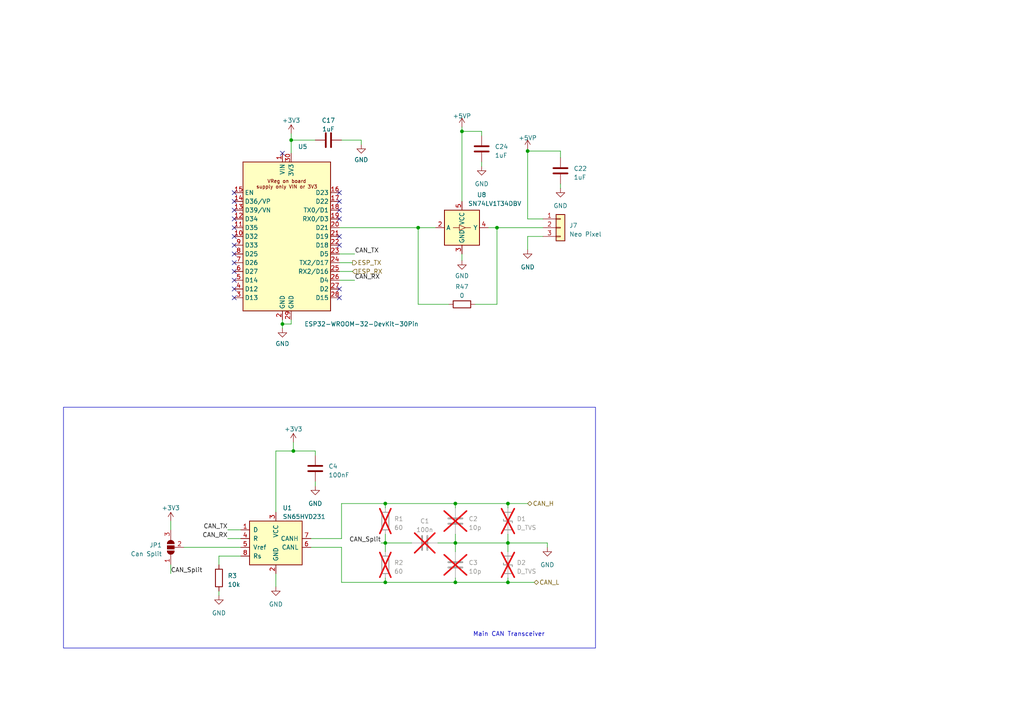
<source format=kicad_sch>
(kicad_sch (version 20230121) (generator eeschema)

  (uuid b51759d2-b862-4fc8-a624-d9afdce806b2)

  (paper "A4")

  (lib_symbols
    (symbol "Connector_Generic:Conn_01x03" (pin_names (offset 1.016) hide) (in_bom yes) (on_board yes)
      (property "Reference" "J" (at 0 5.08 0)
        (effects (font (size 1.27 1.27)))
      )
      (property "Value" "Conn_01x03" (at 0 -5.08 0)
        (effects (font (size 1.27 1.27)))
      )
      (property "Footprint" "" (at 0 0 0)
        (effects (font (size 1.27 1.27)) hide)
      )
      (property "Datasheet" "~" (at 0 0 0)
        (effects (font (size 1.27 1.27)) hide)
      )
      (property "ki_keywords" "connector" (at 0 0 0)
        (effects (font (size 1.27 1.27)) hide)
      )
      (property "ki_description" "Generic connector, single row, 01x03, script generated (kicad-library-utils/schlib/autogen/connector/)" (at 0 0 0)
        (effects (font (size 1.27 1.27)) hide)
      )
      (property "ki_fp_filters" "Connector*:*_1x??_*" (at 0 0 0)
        (effects (font (size 1.27 1.27)) hide)
      )
      (symbol "Conn_01x03_1_1"
        (rectangle (start -1.27 -2.413) (end 0 -2.667)
          (stroke (width 0.1524) (type default))
          (fill (type none))
        )
        (rectangle (start -1.27 0.127) (end 0 -0.127)
          (stroke (width 0.1524) (type default))
          (fill (type none))
        )
        (rectangle (start -1.27 2.667) (end 0 2.413)
          (stroke (width 0.1524) (type default))
          (fill (type none))
        )
        (rectangle (start -1.27 3.81) (end 1.27 -3.81)
          (stroke (width 0.254) (type default))
          (fill (type background))
        )
        (pin passive line (at -5.08 2.54 0) (length 3.81)
          (name "Pin_1" (effects (font (size 1.27 1.27))))
          (number "1" (effects (font (size 1.27 1.27))))
        )
        (pin passive line (at -5.08 0 0) (length 3.81)
          (name "Pin_2" (effects (font (size 1.27 1.27))))
          (number "2" (effects (font (size 1.27 1.27))))
        )
        (pin passive line (at -5.08 -2.54 0) (length 3.81)
          (name "Pin_3" (effects (font (size 1.27 1.27))))
          (number "3" (effects (font (size 1.27 1.27))))
        )
      )
    )
    (symbol "Device:C" (pin_numbers hide) (pin_names (offset 0.254)) (in_bom yes) (on_board yes)
      (property "Reference" "C" (at 0.635 2.54 0)
        (effects (font (size 1.27 1.27)) (justify left))
      )
      (property "Value" "C" (at 0.635 -2.54 0)
        (effects (font (size 1.27 1.27)) (justify left))
      )
      (property "Footprint" "" (at 0.9652 -3.81 0)
        (effects (font (size 1.27 1.27)) hide)
      )
      (property "Datasheet" "~" (at 0 0 0)
        (effects (font (size 1.27 1.27)) hide)
      )
      (property "ki_keywords" "cap capacitor" (at 0 0 0)
        (effects (font (size 1.27 1.27)) hide)
      )
      (property "ki_description" "Unpolarized capacitor" (at 0 0 0)
        (effects (font (size 1.27 1.27)) hide)
      )
      (property "ki_fp_filters" "C_*" (at 0 0 0)
        (effects (font (size 1.27 1.27)) hide)
      )
      (symbol "C_0_1"
        (polyline
          (pts
            (xy -2.032 -0.762)
            (xy 2.032 -0.762)
          )
          (stroke (width 0.508) (type default))
          (fill (type none))
        )
        (polyline
          (pts
            (xy -2.032 0.762)
            (xy 2.032 0.762)
          )
          (stroke (width 0.508) (type default))
          (fill (type none))
        )
      )
      (symbol "C_1_1"
        (pin passive line (at 0 3.81 270) (length 2.794)
          (name "~" (effects (font (size 1.27 1.27))))
          (number "1" (effects (font (size 1.27 1.27))))
        )
        (pin passive line (at 0 -3.81 90) (length 2.794)
          (name "~" (effects (font (size 1.27 1.27))))
          (number "2" (effects (font (size 1.27 1.27))))
        )
      )
    )
    (symbol "Device:D_TVS" (pin_numbers hide) (pin_names (offset 1.016) hide) (in_bom yes) (on_board yes)
      (property "Reference" "D" (at 0 2.54 0)
        (effects (font (size 1.27 1.27)))
      )
      (property "Value" "D_TVS" (at 0 -2.54 0)
        (effects (font (size 1.27 1.27)))
      )
      (property "Footprint" "" (at 0 0 0)
        (effects (font (size 1.27 1.27)) hide)
      )
      (property "Datasheet" "~" (at 0 0 0)
        (effects (font (size 1.27 1.27)) hide)
      )
      (property "ki_keywords" "diode TVS thyrector" (at 0 0 0)
        (effects (font (size 1.27 1.27)) hide)
      )
      (property "ki_description" "Bidirectional transient-voltage-suppression diode" (at 0 0 0)
        (effects (font (size 1.27 1.27)) hide)
      )
      (property "ki_fp_filters" "TO-???* *_Diode_* *SingleDiode* D_*" (at 0 0 0)
        (effects (font (size 1.27 1.27)) hide)
      )
      (symbol "D_TVS_0_1"
        (polyline
          (pts
            (xy 1.27 0)
            (xy -1.27 0)
          )
          (stroke (width 0) (type default))
          (fill (type none))
        )
        (polyline
          (pts
            (xy 0.508 1.27)
            (xy 0 1.27)
            (xy 0 -1.27)
            (xy -0.508 -1.27)
          )
          (stroke (width 0.254) (type default))
          (fill (type none))
        )
        (polyline
          (pts
            (xy -2.54 1.27)
            (xy -2.54 -1.27)
            (xy 2.54 1.27)
            (xy 2.54 -1.27)
            (xy -2.54 1.27)
          )
          (stroke (width 0.254) (type default))
          (fill (type none))
        )
      )
      (symbol "D_TVS_1_1"
        (pin passive line (at -3.81 0 0) (length 2.54)
          (name "A1" (effects (font (size 1.27 1.27))))
          (number "1" (effects (font (size 1.27 1.27))))
        )
        (pin passive line (at 3.81 0 180) (length 2.54)
          (name "A2" (effects (font (size 1.27 1.27))))
          (number "2" (effects (font (size 1.27 1.27))))
        )
      )
    )
    (symbol "Device:R" (pin_numbers hide) (pin_names (offset 0)) (in_bom yes) (on_board yes)
      (property "Reference" "R" (at 2.032 0 90)
        (effects (font (size 1.27 1.27)))
      )
      (property "Value" "R" (at 0 0 90)
        (effects (font (size 1.27 1.27)))
      )
      (property "Footprint" "" (at -1.778 0 90)
        (effects (font (size 1.27 1.27)) hide)
      )
      (property "Datasheet" "~" (at 0 0 0)
        (effects (font (size 1.27 1.27)) hide)
      )
      (property "ki_keywords" "R res resistor" (at 0 0 0)
        (effects (font (size 1.27 1.27)) hide)
      )
      (property "ki_description" "Resistor" (at 0 0 0)
        (effects (font (size 1.27 1.27)) hide)
      )
      (property "ki_fp_filters" "R_*" (at 0 0 0)
        (effects (font (size 1.27 1.27)) hide)
      )
      (symbol "R_0_1"
        (rectangle (start -1.016 -2.54) (end 1.016 2.54)
          (stroke (width 0.254) (type default))
          (fill (type none))
        )
      )
      (symbol "R_1_1"
        (pin passive line (at 0 3.81 270) (length 1.27)
          (name "~" (effects (font (size 1.27 1.27))))
          (number "1" (effects (font (size 1.27 1.27))))
        )
        (pin passive line (at 0 -3.81 90) (length 1.27)
          (name "~" (effects (font (size 1.27 1.27))))
          (number "2" (effects (font (size 1.27 1.27))))
        )
      )
    )
    (symbol "Interface_CAN_LIN:SN65HVD231" (pin_names (offset 1.016)) (in_bom yes) (on_board yes)
      (property "Reference" "U" (at -2.54 10.16 0)
        (effects (font (size 1.27 1.27)) (justify right))
      )
      (property "Value" "SN65HVD231" (at -2.54 7.62 0)
        (effects (font (size 1.27 1.27)) (justify right))
      )
      (property "Footprint" "Package_SO:SOIC-8_3.9x4.9mm_P1.27mm" (at 0 -12.7 0)
        (effects (font (size 1.27 1.27)) hide)
      )
      (property "Datasheet" "http://www.ti.com/lit/ds/symlink/sn65hvd230.pdf" (at -2.54 10.16 0)
        (effects (font (size 1.27 1.27)) hide)
      )
      (property "ki_keywords" "can transeiver ti ulp low-power" (at 0 0 0)
        (effects (font (size 1.27 1.27)) hide)
      )
      (property "ki_description" "CAN Bus Transceivers, 3.3V, 1Mbps,Ultra Low-Power capabilities, SOIC-8" (at 0 0 0)
        (effects (font (size 1.27 1.27)) hide)
      )
      (property "ki_fp_filters" "SOIC*3.9x4.9mm*P1.27mm*" (at 0 0 0)
        (effects (font (size 1.27 1.27)) hide)
      )
      (symbol "SN65HVD231_0_1"
        (rectangle (start -7.62 5.08) (end 7.62 -7.62)
          (stroke (width 0.254) (type default))
          (fill (type background))
        )
      )
      (symbol "SN65HVD231_1_1"
        (pin input line (at -10.16 2.54 0) (length 2.54)
          (name "D" (effects (font (size 1.27 1.27))))
          (number "1" (effects (font (size 1.27 1.27))))
        )
        (pin power_in line (at 0 -10.16 90) (length 2.54)
          (name "GND" (effects (font (size 1.27 1.27))))
          (number "2" (effects (font (size 1.27 1.27))))
        )
        (pin power_in line (at 0 7.62 270) (length 2.54)
          (name "VCC" (effects (font (size 1.27 1.27))))
          (number "3" (effects (font (size 1.27 1.27))))
        )
        (pin output line (at -10.16 0 0) (length 2.54)
          (name "R" (effects (font (size 1.27 1.27))))
          (number "4" (effects (font (size 1.27 1.27))))
        )
        (pin output line (at -10.16 -2.54 0) (length 2.54)
          (name "Vref" (effects (font (size 1.27 1.27))))
          (number "5" (effects (font (size 1.27 1.27))))
        )
        (pin bidirectional line (at 10.16 -2.54 180) (length 2.54)
          (name "CANL" (effects (font (size 1.27 1.27))))
          (number "6" (effects (font (size 1.27 1.27))))
        )
        (pin bidirectional line (at 10.16 0 180) (length 2.54)
          (name "CANH" (effects (font (size 1.27 1.27))))
          (number "7" (effects (font (size 1.27 1.27))))
        )
        (pin input line (at -10.16 -5.08 0) (length 2.54)
          (name "Rs" (effects (font (size 1.27 1.27))))
          (number "8" (effects (font (size 1.27 1.27))))
        )
      )
    )
    (symbol "Jumper:SolderJumper_3_Open" (pin_names (offset 0) hide) (in_bom yes) (on_board yes)
      (property "Reference" "JP" (at -2.54 -2.54 0)
        (effects (font (size 1.27 1.27)))
      )
      (property "Value" "SolderJumper_3_Open" (at 0 2.794 0)
        (effects (font (size 1.27 1.27)))
      )
      (property "Footprint" "" (at 0 0 0)
        (effects (font (size 1.27 1.27)) hide)
      )
      (property "Datasheet" "~" (at 0 0 0)
        (effects (font (size 1.27 1.27)) hide)
      )
      (property "ki_keywords" "Solder Jumper SPDT" (at 0 0 0)
        (effects (font (size 1.27 1.27)) hide)
      )
      (property "ki_description" "Solder Jumper, 3-pole, open" (at 0 0 0)
        (effects (font (size 1.27 1.27)) hide)
      )
      (property "ki_fp_filters" "SolderJumper*Open*" (at 0 0 0)
        (effects (font (size 1.27 1.27)) hide)
      )
      (symbol "SolderJumper_3_Open_0_1"
        (arc (start -1.016 1.016) (mid -2.0276 0) (end -1.016 -1.016)
          (stroke (width 0) (type default))
          (fill (type none))
        )
        (arc (start -1.016 1.016) (mid -2.0276 0) (end -1.016 -1.016)
          (stroke (width 0) (type default))
          (fill (type outline))
        )
        (rectangle (start -0.508 1.016) (end 0.508 -1.016)
          (stroke (width 0) (type default))
          (fill (type outline))
        )
        (polyline
          (pts
            (xy -2.54 0)
            (xy -2.032 0)
          )
          (stroke (width 0) (type default))
          (fill (type none))
        )
        (polyline
          (pts
            (xy -1.016 1.016)
            (xy -1.016 -1.016)
          )
          (stroke (width 0) (type default))
          (fill (type none))
        )
        (polyline
          (pts
            (xy 0 -1.27)
            (xy 0 -1.016)
          )
          (stroke (width 0) (type default))
          (fill (type none))
        )
        (polyline
          (pts
            (xy 1.016 1.016)
            (xy 1.016 -1.016)
          )
          (stroke (width 0) (type default))
          (fill (type none))
        )
        (polyline
          (pts
            (xy 2.54 0)
            (xy 2.032 0)
          )
          (stroke (width 0) (type default))
          (fill (type none))
        )
        (arc (start 1.016 -1.016) (mid 2.0276 0) (end 1.016 1.016)
          (stroke (width 0) (type default))
          (fill (type none))
        )
        (arc (start 1.016 -1.016) (mid 2.0276 0) (end 1.016 1.016)
          (stroke (width 0) (type default))
          (fill (type outline))
        )
      )
      (symbol "SolderJumper_3_Open_1_1"
        (pin passive line (at -5.08 0 0) (length 2.54)
          (name "A" (effects (font (size 1.27 1.27))))
          (number "1" (effects (font (size 1.27 1.27))))
        )
        (pin passive line (at 0 -3.81 90) (length 2.54)
          (name "C" (effects (font (size 1.27 1.27))))
          (number "2" (effects (font (size 1.27 1.27))))
        )
        (pin passive line (at 5.08 0 180) (length 2.54)
          (name "B" (effects (font (size 1.27 1.27))))
          (number "3" (effects (font (size 1.27 1.27))))
        )
      )
    )
    (symbol "Logic_LevelTranslator:SN74LV1T34DBV" (in_bom yes) (on_board yes)
      (property "Reference" "U" (at 5.08 6.35 0)
        (effects (font (size 1.27 1.27)) (justify left))
      )
      (property "Value" "SN74LV1T34DBV" (at 5.08 3.81 0)
        (effects (font (size 1.27 1.27)) (justify left))
      )
      (property "Footprint" "Package_TO_SOT_SMD:SOT-23-5" (at 16.51 -6.35 0)
        (effects (font (size 1.27 1.27)) hide)
      )
      (property "Datasheet" "https://www.ti.com/lit/ds/symlink/sn74lv1t34.pdf" (at -10.16 -5.08 0)
        (effects (font (size 1.27 1.27)) hide)
      )
      (property "ki_keywords" "single buffer level shift" (at 0 0 0)
        (effects (font (size 1.27 1.27)) hide)
      )
      (property "ki_description" "Single Power Supply, Single Buffer GATE, CMOS Logic, Level Shifter, SOT-23-5" (at 0 0 0)
        (effects (font (size 1.27 1.27)) hide)
      )
      (property "ki_fp_filters" "SOT?23*" (at 0 0 0)
        (effects (font (size 1.27 1.27)) hide)
      )
      (symbol "SN74LV1T34DBV_0_1"
        (rectangle (start -5.08 5.08) (end 5.08 -5.08)
          (stroke (width 0.254) (type default))
          (fill (type background))
        )
        (polyline
          (pts
            (xy -0.762 0)
            (xy -2.54 0)
          )
          (stroke (width 0) (type default))
          (fill (type none))
        )
        (polyline
          (pts
            (xy 1.016 0)
            (xy 2.54 0)
          )
          (stroke (width 0) (type default))
          (fill (type none))
        )
      )
      (symbol "SN74LV1T34DBV_1_1"
        (polyline
          (pts
            (xy -0.762 -0.762)
            (xy -0.762 0.762)
            (xy 1.016 0)
            (xy -0.762 -0.762)
          )
          (stroke (width 0) (type default))
          (fill (type none))
        )
        (pin no_connect line (at -5.08 2.54 0) (length 2.54) hide
          (name "NC" (effects (font (size 1.27 1.27))))
          (number "1" (effects (font (size 1.27 1.27))))
        )
        (pin input line (at -7.62 0 0) (length 2.54)
          (name "A" (effects (font (size 1.27 1.27))))
          (number "2" (effects (font (size 1.27 1.27))))
        )
        (pin power_in line (at 0 -7.62 90) (length 2.54)
          (name "GND" (effects (font (size 1.27 1.27))))
          (number "3" (effects (font (size 1.27 1.27))))
        )
        (pin output line (at 7.62 0 180) (length 2.54)
          (name "Y" (effects (font (size 1.27 1.27))))
          (number "4" (effects (font (size 1.27 1.27))))
        )
        (pin power_in line (at 0 7.62 270) (length 2.54)
          (name "VCC" (effects (font (size 1.27 1.27))))
          (number "5" (effects (font (size 1.27 1.27))))
        )
      )
    )
    (symbol "oskars_stuff:ESP32-WROOM-32-DevKit-30Pin" (in_bom yes) (on_board yes)
      (property "Reference" "U" (at -12.7 22.86 0)
        (effects (font (size 1.27 1.27)) (justify left))
      )
      (property "Value" "ESP32-WROOM-32-DevKit-30Pin" (at 2.54 22.86 0)
        (effects (font (size 1.27 1.27)) (justify left))
      )
      (property "Footprint" "RF_Module:ESP32-WROOM-32" (at 0 -27.94 0)
        (effects (font (size 1.27 1.27)) hide)
      )
      (property "Datasheet" "https://www.espressif.com/sites/default/files/documentation/esp32-wroom-32_datasheet_en.pdf" (at 0 -30.48 0)
        (effects (font (size 1.27 1.27)) hide)
      )
      (property "ki_keywords" "RF Radio BT ESP ESP32 Espressif onboard PCB antenna" (at 0 0 0)
        (effects (font (size 1.27 1.27)) hide)
      )
      (property "ki_description" "RF Module, ESP32-D0WDQ6 SoC, Wi-Fi 802.11b/g/n, Bluetooth, BLE, 32-bit, 2.7-3.6V, onboard antenna, SMD" (at 0 0 0)
        (effects (font (size 1.27 1.27)) hide)
      )
      (property "ki_fp_filters" "ESP32?WROOM?32*" (at 0 0 0)
        (effects (font (size 1.27 1.27)) hide)
      )
      (symbol "ESP32-WROOM-32-DevKit-30Pin_0_1"
        (rectangle (start -12.7 21.59) (end 12.7 -21.59)
          (stroke (width 0.254) (type default))
          (fill (type background))
        )
        (text "VReg on board\nsupply only VIN or 3V3" (at 0 15.24 0)
          (effects (font (size 1 1)))
        )
      )
      (symbol "ESP32-WROOM-32-DevKit-30Pin_1_1"
        (pin power_in line (at -1.27 24.13 270) (length 2.54)
          (name "VIN" (effects (font (size 1.27 1.27))))
          (number "1" (effects (font (size 1.27 1.27))))
        )
        (pin bidirectional line (at -15.24 0 0) (length 2.54)
          (name "D32" (effects (font (size 1.27 1.27))))
          (number "10" (effects (font (size 1.27 1.27))))
        )
        (pin bidirectional line (at -15.24 2.54 0) (length 2.54)
          (name "D35" (effects (font (size 1.27 1.27))))
          (number "11" (effects (font (size 1.27 1.27))))
        )
        (pin bidirectional line (at -15.24 5.08 0) (length 2.54)
          (name "D34" (effects (font (size 1.27 1.27))))
          (number "12" (effects (font (size 1.27 1.27))))
        )
        (pin bidirectional line (at -15.24 7.62 0) (length 2.54)
          (name "D39/VN" (effects (font (size 1.27 1.27))))
          (number "13" (effects (font (size 1.27 1.27))))
        )
        (pin bidirectional line (at -15.24 10.16 0) (length 2.54)
          (name "D36/VP" (effects (font (size 1.27 1.27))))
          (number "14" (effects (font (size 1.27 1.27))))
        )
        (pin input line (at -15.24 12.7 0) (length 2.54)
          (name "EN" (effects (font (size 1.27 1.27))))
          (number "15" (effects (font (size 1.27 1.27))))
        )
        (pin bidirectional line (at 15.24 12.7 180) (length 2.54)
          (name "D23" (effects (font (size 1.27 1.27))))
          (number "16" (effects (font (size 1.27 1.27))))
        )
        (pin bidirectional line (at 15.24 10.16 180) (length 2.54)
          (name "D22" (effects (font (size 1.27 1.27))))
          (number "17" (effects (font (size 1.27 1.27))))
        )
        (pin bidirectional line (at 15.24 7.62 180) (length 2.54)
          (name "TX0/D1" (effects (font (size 1.27 1.27))))
          (number "18" (effects (font (size 1.27 1.27))))
        )
        (pin bidirectional line (at 15.24 5.08 180) (length 2.54)
          (name "RX0/D3" (effects (font (size 1.27 1.27))))
          (number "19" (effects (font (size 1.27 1.27))))
        )
        (pin power_in line (at -1.27 -24.13 90) (length 2.54)
          (name "GND" (effects (font (size 1.27 1.27))))
          (number "2" (effects (font (size 1.27 1.27))))
        )
        (pin bidirectional line (at 15.24 2.54 180) (length 2.54)
          (name "D21" (effects (font (size 1.27 1.27))))
          (number "20" (effects (font (size 1.27 1.27))))
        )
        (pin bidirectional line (at 15.24 0 180) (length 2.54)
          (name "D19" (effects (font (size 1.27 1.27))))
          (number "21" (effects (font (size 1.27 1.27))))
        )
        (pin bidirectional line (at 15.24 -2.54 180) (length 2.54)
          (name "D18" (effects (font (size 1.27 1.27))))
          (number "22" (effects (font (size 1.27 1.27))))
        )
        (pin bidirectional line (at 15.24 -5.08 180) (length 2.54)
          (name "D5" (effects (font (size 1.27 1.27))))
          (number "23" (effects (font (size 1.27 1.27))))
        )
        (pin bidirectional line (at 15.24 -7.62 180) (length 2.54)
          (name "TX2/D17" (effects (font (size 1.27 1.27))))
          (number "24" (effects (font (size 1.27 1.27))))
        )
        (pin bidirectional line (at 15.24 -10.16 180) (length 2.54)
          (name "RX2/D16" (effects (font (size 1.27 1.27))))
          (number "25" (effects (font (size 1.27 1.27))))
        )
        (pin bidirectional line (at 15.24 -12.7 180) (length 2.54)
          (name "D4" (effects (font (size 1.27 1.27))))
          (number "26" (effects (font (size 1.27 1.27))))
        )
        (pin bidirectional line (at 15.24 -15.24 180) (length 2.54)
          (name "D2" (effects (font (size 1.27 1.27))))
          (number "27" (effects (font (size 1.27 1.27))))
        )
        (pin bidirectional line (at 15.24 -17.78 180) (length 2.54)
          (name "D15" (effects (font (size 1.27 1.27))))
          (number "28" (effects (font (size 1.27 1.27))))
        )
        (pin power_in line (at 1.27 -24.13 90) (length 2.54)
          (name "GND" (effects (font (size 1.27 1.27))))
          (number "29" (effects (font (size 1.27 1.27))))
        )
        (pin bidirectional line (at -15.24 -17.78 0) (length 2.54)
          (name "D13" (effects (font (size 1.27 1.27))))
          (number "3" (effects (font (size 1.27 1.27))))
        )
        (pin power_in line (at 1.27 24.13 270) (length 2.54)
          (name "3V3" (effects (font (size 1.27 1.27))))
          (number "30" (effects (font (size 1.27 1.27))))
        )
        (pin bidirectional line (at -15.24 -15.24 0) (length 2.54)
          (name "D12" (effects (font (size 1.27 1.27))))
          (number "4" (effects (font (size 1.27 1.27))))
        )
        (pin bidirectional line (at -15.24 -12.7 0) (length 2.54)
          (name "D14" (effects (font (size 1.27 1.27))))
          (number "5" (effects (font (size 1.27 1.27))))
        )
        (pin bidirectional line (at -15.24 -10.16 0) (length 2.54)
          (name "D27" (effects (font (size 1.27 1.27))))
          (number "6" (effects (font (size 1.27 1.27))))
        )
        (pin bidirectional line (at -15.24 -7.62 0) (length 2.54)
          (name "D26" (effects (font (size 1.27 1.27))))
          (number "7" (effects (font (size 1.27 1.27))))
        )
        (pin bidirectional line (at -15.24 -5.08 0) (length 2.54)
          (name "D25" (effects (font (size 1.27 1.27))))
          (number "8" (effects (font (size 1.27 1.27))))
        )
        (pin bidirectional line (at -15.24 -2.54 0) (length 2.54)
          (name "D33" (effects (font (size 1.27 1.27))))
          (number "9" (effects (font (size 1.27 1.27))))
        )
      )
    )
    (symbol "power:+3V3" (power) (pin_names (offset 0)) (in_bom yes) (on_board yes)
      (property "Reference" "#PWR" (at 0 -3.81 0)
        (effects (font (size 1.27 1.27)) hide)
      )
      (property "Value" "+3V3" (at 0 3.556 0)
        (effects (font (size 1.27 1.27)))
      )
      (property "Footprint" "" (at 0 0 0)
        (effects (font (size 1.27 1.27)) hide)
      )
      (property "Datasheet" "" (at 0 0 0)
        (effects (font (size 1.27 1.27)) hide)
      )
      (property "ki_keywords" "global power" (at 0 0 0)
        (effects (font (size 1.27 1.27)) hide)
      )
      (property "ki_description" "Power symbol creates a global label with name \"+3V3\"" (at 0 0 0)
        (effects (font (size 1.27 1.27)) hide)
      )
      (symbol "+3V3_0_1"
        (polyline
          (pts
            (xy -0.762 1.27)
            (xy 0 2.54)
          )
          (stroke (width 0) (type default))
          (fill (type none))
        )
        (polyline
          (pts
            (xy 0 0)
            (xy 0 2.54)
          )
          (stroke (width 0) (type default))
          (fill (type none))
        )
        (polyline
          (pts
            (xy 0 2.54)
            (xy 0.762 1.27)
          )
          (stroke (width 0) (type default))
          (fill (type none))
        )
      )
      (symbol "+3V3_1_1"
        (pin power_in line (at 0 0 90) (length 0) hide
          (name "+3V3" (effects (font (size 1.27 1.27))))
          (number "1" (effects (font (size 1.27 1.27))))
        )
      )
    )
    (symbol "power:+5VP" (power) (pin_names (offset 0)) (in_bom yes) (on_board yes)
      (property "Reference" "#PWR" (at 0 -3.81 0)
        (effects (font (size 1.27 1.27)) hide)
      )
      (property "Value" "+5VP" (at 0 3.556 0)
        (effects (font (size 1.27 1.27)))
      )
      (property "Footprint" "" (at 0 0 0)
        (effects (font (size 1.27 1.27)) hide)
      )
      (property "Datasheet" "" (at 0 0 0)
        (effects (font (size 1.27 1.27)) hide)
      )
      (property "ki_keywords" "global power" (at 0 0 0)
        (effects (font (size 1.27 1.27)) hide)
      )
      (property "ki_description" "Power symbol creates a global label with name \"+5VP\"" (at 0 0 0)
        (effects (font (size 1.27 1.27)) hide)
      )
      (symbol "+5VP_0_1"
        (polyline
          (pts
            (xy -0.762 1.27)
            (xy 0 2.54)
          )
          (stroke (width 0) (type default))
          (fill (type none))
        )
        (polyline
          (pts
            (xy 0 0)
            (xy 0 2.54)
          )
          (stroke (width 0) (type default))
          (fill (type none))
        )
        (polyline
          (pts
            (xy 0 2.54)
            (xy 0.762 1.27)
          )
          (stroke (width 0) (type default))
          (fill (type none))
        )
      )
      (symbol "+5VP_1_1"
        (pin power_in line (at 0 0 90) (length 0) hide
          (name "+5VP" (effects (font (size 1.27 1.27))))
          (number "1" (effects (font (size 1.27 1.27))))
        )
      )
    )
    (symbol "power:GND" (power) (pin_names (offset 0)) (in_bom yes) (on_board yes)
      (property "Reference" "#PWR" (at 0 -6.35 0)
        (effects (font (size 1.27 1.27)) hide)
      )
      (property "Value" "GND" (at 0 -3.81 0)
        (effects (font (size 1.27 1.27)))
      )
      (property "Footprint" "" (at 0 0 0)
        (effects (font (size 1.27 1.27)) hide)
      )
      (property "Datasheet" "" (at 0 0 0)
        (effects (font (size 1.27 1.27)) hide)
      )
      (property "ki_keywords" "global power" (at 0 0 0)
        (effects (font (size 1.27 1.27)) hide)
      )
      (property "ki_description" "Power symbol creates a global label with name \"GND\" , ground" (at 0 0 0)
        (effects (font (size 1.27 1.27)) hide)
      )
      (symbol "GND_0_1"
        (polyline
          (pts
            (xy 0 0)
            (xy 0 -1.27)
            (xy 1.27 -1.27)
            (xy 0 -2.54)
            (xy -1.27 -1.27)
            (xy 0 -1.27)
          )
          (stroke (width 0) (type default))
          (fill (type none))
        )
      )
      (symbol "GND_1_1"
        (pin power_in line (at 0 0 270) (length 0) hide
          (name "GND" (effects (font (size 1.27 1.27))))
          (number "1" (effects (font (size 1.27 1.27))))
        )
      )
    )
  )

  (junction (at 132.08 168.91) (diameter 0) (color 0 0 0 0)
    (uuid 16692318-9d4a-478f-927c-9f984f5ed7dd)
  )
  (junction (at 153.035 43.815) (diameter 0) (color 0 0 0 0)
    (uuid 1814b624-f2bf-406d-a6df-6cc41b95eace)
  )
  (junction (at 132.08 157.48) (diameter 0) (color 0 0 0 0)
    (uuid 20146985-5691-491d-8972-684b12f653fd)
  )
  (junction (at 133.985 38.1) (diameter 0) (color 0 0 0 0)
    (uuid 21bcf39b-feda-4c83-8d17-8bc319bd02f0)
  )
  (junction (at 147.32 168.91) (diameter 0) (color 0 0 0 0)
    (uuid 33147839-1d1b-47b4-a61a-75d0187be6b1)
  )
  (junction (at 111.76 157.48) (diameter 0) (color 0 0 0 0)
    (uuid 34aba13c-4e7b-4995-9b5c-897fbce21a78)
  )
  (junction (at 85.09 130.81) (diameter 0) (color 0 0 0 0)
    (uuid 41af8ded-5cea-4044-86bc-8109569eb74d)
  )
  (junction (at 81.915 93.98) (diameter 0) (color 0 0 0 0)
    (uuid 97291539-b123-470d-a1ea-4e6609f3120f)
  )
  (junction (at 144.145 66.04) (diameter 0) (color 0 0 0 0)
    (uuid a5cc9234-37fa-437d-aef1-740b2222349e)
  )
  (junction (at 147.32 146.05) (diameter 0) (color 0 0 0 0)
    (uuid b083c247-ec0a-4160-b3f3-a0d7e6594bb1)
  )
  (junction (at 147.32 157.48) (diameter 0) (color 0 0 0 0)
    (uuid cc729c1b-f416-4038-9769-f737cc0994fc)
  )
  (junction (at 84.455 40.64) (diameter 0) (color 0 0 0 0)
    (uuid dfe384a6-6a2c-4845-a357-904fb11b4873)
  )
  (junction (at 111.76 168.91) (diameter 0) (color 0 0 0 0)
    (uuid e34f4702-efa5-4461-bb39-1d16b361cb67)
  )
  (junction (at 132.08 146.05) (diameter 0) (color 0 0 0 0)
    (uuid e43078d4-1d48-4f86-a4be-5cc9e46980db)
  )
  (junction (at 121.285 66.04) (diameter 0) (color 0 0 0 0)
    (uuid e52a8226-3481-4a6a-9309-1de857fbdc2b)
  )
  (junction (at 111.76 146.05) (diameter 0) (color 0 0 0 0)
    (uuid e754f1ad-7675-4867-93c7-ec1144ff7a8f)
  )

  (no_connect (at 67.945 55.88) (uuid 1056756e-89f8-4428-bb36-68f0f9715617))
  (no_connect (at 67.945 81.28) (uuid 19ef2cfe-2bb9-488b-bff8-fe9787ab2f7e))
  (no_connect (at 67.945 66.04) (uuid 20bd7b0a-1d9f-4996-8c1c-bada5a7a3627))
  (no_connect (at 67.945 58.42) (uuid 226f5c2b-c465-441e-a0de-eb50ddb3a122))
  (no_connect (at 81.915 44.45) (uuid 2bad8c3b-02a5-4c62-b3c7-d80b6f6aa385))
  (no_connect (at 98.425 63.5) (uuid 32024924-07d7-44da-9f9b-faebf68bab18))
  (no_connect (at 67.945 78.74) (uuid 3d1abd47-f8bb-4dd1-9e67-242493ef6d11))
  (no_connect (at 98.425 58.42) (uuid 4b59bf20-366a-4ca7-bc5b-fbf539ff14bc))
  (no_connect (at 98.425 83.82) (uuid 4e3958c0-e12f-4108-8544-9dca216a7c04))
  (no_connect (at 67.945 68.58) (uuid 54adfbcf-5a5b-43e3-9517-f2d75864a0f5))
  (no_connect (at 98.425 68.58) (uuid 59b769c3-a0dc-42a2-9fe1-3dcb055954dd))
  (no_connect (at 67.945 63.5) (uuid 60bf5e1d-7827-4616-a3f9-e2a4b7902b06))
  (no_connect (at 67.945 60.96) (uuid 7334198d-3982-4b8a-88d4-4c2c7902900b))
  (no_connect (at 67.945 86.36) (uuid 8144273e-6b40-427d-b268-ae97ab559d71))
  (no_connect (at 67.945 73.66) (uuid 89f60622-cbbb-487b-b0e0-9049f0b0b384))
  (no_connect (at 98.425 55.88) (uuid 8f2cc3be-6774-4721-b300-94cbc51f9a58))
  (no_connect (at 98.425 71.12) (uuid 9101ceec-b95f-4d97-b414-e04cc9969c1e))
  (no_connect (at 98.425 60.96) (uuid 923048d5-b241-4b70-b7c0-dcbe596a5ec0))
  (no_connect (at 67.945 83.82) (uuid c01789e6-7b17-4d58-bd44-ff9960251807))
  (no_connect (at 98.425 86.36) (uuid c1b68116-ddae-4e09-96e5-7462cdf0448c))
  (no_connect (at 67.945 76.2) (uuid c5c9db48-02b4-403e-9abd-e9c20ae7f59a))
  (no_connect (at 67.945 71.12) (uuid dbe57e5a-f659-4322-8f00-eb82945b67a7))

  (wire (pts (xy 80.01 130.81) (xy 85.09 130.81))
    (stroke (width 0) (type default))
    (uuid 02888b8d-8e2a-4311-b171-42dd5aa621e4)
  )
  (wire (pts (xy 99.06 146.05) (xy 111.76 146.05))
    (stroke (width 0) (type default))
    (uuid 084a9e4e-801c-4d36-9759-a60c38b5fe77)
  )
  (wire (pts (xy 147.32 157.48) (xy 147.32 154.94))
    (stroke (width 0) (type default))
    (uuid 0cecba0b-4af6-4bb5-92cf-69e17865976c)
  )
  (wire (pts (xy 132.08 146.05) (xy 147.32 146.05))
    (stroke (width 0) (type default))
    (uuid 0d4cfa3b-e8e2-484b-abdf-cace69dfef6f)
  )
  (wire (pts (xy 133.985 38.1) (xy 133.985 58.42))
    (stroke (width 0) (type default))
    (uuid 0e38c536-ca12-488d-9dbf-2278cc5eb7f0)
  )
  (wire (pts (xy 147.32 168.91) (xy 147.32 167.64))
    (stroke (width 0) (type default))
    (uuid 0eb14cd3-30ba-4519-8722-a07ec5786cae)
  )
  (wire (pts (xy 98.425 81.28) (xy 102.87 81.28))
    (stroke (width 0) (type default))
    (uuid 110a6a86-13a3-4d53-9c16-e5f8d84595bc)
  )
  (wire (pts (xy 63.5 163.83) (xy 63.5 161.29))
    (stroke (width 0) (type default))
    (uuid 1aa30e96-851b-4d38-b47f-e783b737b2dd)
  )
  (wire (pts (xy 81.915 92.71) (xy 81.915 93.98))
    (stroke (width 0) (type default))
    (uuid 1bc41d60-7736-4df5-81dc-7d60063d2d68)
  )
  (wire (pts (xy 153.035 43.815) (xy 153.035 63.5))
    (stroke (width 0) (type default))
    (uuid 1d7bdc54-8e1f-4fa2-ba9c-f3eca46bf008)
  )
  (wire (pts (xy 84.455 38.735) (xy 84.455 40.64))
    (stroke (width 0) (type default))
    (uuid 24c4ac25-7206-49a6-9704-cbcd2aee96d5)
  )
  (wire (pts (xy 99.06 168.91) (xy 111.76 168.91))
    (stroke (width 0) (type default))
    (uuid 26d8d74f-36cc-4750-9391-c61d611dae02)
  )
  (wire (pts (xy 85.09 128.27) (xy 85.09 130.81))
    (stroke (width 0) (type default))
    (uuid 29b207c5-85eb-45dd-b085-c580489632d1)
  )
  (wire (pts (xy 133.985 73.66) (xy 133.985 75.565))
    (stroke (width 0) (type default))
    (uuid 2a5330de-e8a5-420e-a5ca-c540107510ae)
  )
  (wire (pts (xy 162.56 43.815) (xy 153.035 43.815))
    (stroke (width 0) (type default))
    (uuid 322204d5-15ba-4224-9450-a7d928d18539)
  )
  (wire (pts (xy 139.7 38.1) (xy 139.7 39.37))
    (stroke (width 0) (type default))
    (uuid 34f7a37e-140e-44b2-ba5a-fdeba1eb1c55)
  )
  (wire (pts (xy 121.285 66.04) (xy 126.365 66.04))
    (stroke (width 0) (type default))
    (uuid 37e42d81-a82e-4c75-a50d-4ac802ae8a03)
  )
  (wire (pts (xy 53.34 158.75) (xy 69.85 158.75))
    (stroke (width 0) (type default))
    (uuid 37fd3f4c-3391-4519-9d8d-28ba2a3b479f)
  )
  (wire (pts (xy 119.38 157.48) (xy 111.76 157.48))
    (stroke (width 0) (type default))
    (uuid 3acb1bad-61dc-4a31-9cb4-d23f459d1e68)
  )
  (wire (pts (xy 144.145 66.04) (xy 144.145 88.265))
    (stroke (width 0) (type default))
    (uuid 3c56a9de-fe3e-49ac-a6c0-cd384de9fcd1)
  )
  (wire (pts (xy 133.985 36.83) (xy 133.985 38.1))
    (stroke (width 0) (type default))
    (uuid 40649f86-8f15-4389-9452-811c07e2e624)
  )
  (wire (pts (xy 153.035 72.39) (xy 153.035 68.58))
    (stroke (width 0) (type default))
    (uuid 4739006b-90be-421f-a584-abab026181eb)
  )
  (wire (pts (xy 98.425 78.74) (xy 102.235 78.74))
    (stroke (width 0) (type default))
    (uuid 48aca516-7935-498b-88ee-45c8cf589234)
  )
  (wire (pts (xy 147.32 168.91) (xy 154.94 168.91))
    (stroke (width 0) (type default))
    (uuid 491fdb1e-72de-4ac0-be6c-1f2419ebe762)
  )
  (wire (pts (xy 111.76 146.05) (xy 132.08 146.05))
    (stroke (width 0) (type default))
    (uuid 4fb1ffdd-490f-4839-8ef9-cfaa7dfd95e6)
  )
  (wire (pts (xy 111.76 157.48) (xy 111.76 160.02))
    (stroke (width 0) (type default))
    (uuid 54500297-6348-4a51-947c-88843ecbeb65)
  )
  (wire (pts (xy 90.17 158.75) (xy 99.06 158.75))
    (stroke (width 0) (type default))
    (uuid 54e8758b-b0ea-4e70-9ed6-c3487a038e15)
  )
  (wire (pts (xy 63.5 161.29) (xy 69.85 161.29))
    (stroke (width 0) (type default))
    (uuid 5568abbc-288b-48c7-9f70-fb977498adbc)
  )
  (wire (pts (xy 130.175 88.265) (xy 121.285 88.265))
    (stroke (width 0) (type default))
    (uuid 56088a66-9863-4316-94a0-b5a0040f2551)
  )
  (wire (pts (xy 98.425 76.2) (xy 102.235 76.2))
    (stroke (width 0) (type default))
    (uuid 57134579-8eb2-48cf-b540-5df03d1443e8)
  )
  (wire (pts (xy 81.915 93.98) (xy 84.455 93.98))
    (stroke (width 0) (type default))
    (uuid 587ca015-46e3-45a6-90a8-56b35e796054)
  )
  (wire (pts (xy 132.08 157.48) (xy 132.08 154.94))
    (stroke (width 0) (type default))
    (uuid 61a0574a-5fc4-43ec-be6e-bd2b17f39ec3)
  )
  (wire (pts (xy 80.01 166.37) (xy 80.01 170.18))
    (stroke (width 0) (type default))
    (uuid 684aee81-6f86-4efd-b8d1-e78d47cf345d)
  )
  (wire (pts (xy 132.08 157.48) (xy 147.32 157.48))
    (stroke (width 0) (type default))
    (uuid 6aea6d96-5c35-4611-a7f8-6c971b0819fe)
  )
  (wire (pts (xy 84.455 40.64) (xy 84.455 44.45))
    (stroke (width 0) (type default))
    (uuid 6d093d61-ee81-4686-aab2-e06886caa05e)
  )
  (wire (pts (xy 104.775 40.64) (xy 99.06 40.64))
    (stroke (width 0) (type default))
    (uuid 6d338264-1262-4d87-a0f8-9281f784f02f)
  )
  (wire (pts (xy 91.44 130.81) (xy 91.44 132.08))
    (stroke (width 0) (type default))
    (uuid 70ed35ae-6a3b-4940-997c-418d7b521cb8)
  )
  (wire (pts (xy 153.035 63.5) (xy 157.48 63.5))
    (stroke (width 0) (type default))
    (uuid 775edf14-1471-4e01-ae1e-b1c84f7d3f10)
  )
  (wire (pts (xy 110.49 157.48) (xy 111.76 157.48))
    (stroke (width 0) (type default))
    (uuid 7fc31dfd-32b3-4dc7-875d-e3f05b6da2e7)
  )
  (wire (pts (xy 111.76 157.48) (xy 111.76 154.94))
    (stroke (width 0) (type default))
    (uuid 82ad9639-6ba6-48cd-9856-d8471341cce7)
  )
  (wire (pts (xy 90.17 156.21) (xy 99.06 156.21))
    (stroke (width 0) (type default))
    (uuid 85adec0e-6b41-482d-a738-9d5b8757247a)
  )
  (wire (pts (xy 162.56 53.34) (xy 162.56 54.61))
    (stroke (width 0) (type default))
    (uuid 863e1a61-01b7-4a2c-aa55-f0c450c2bc96)
  )
  (wire (pts (xy 84.455 93.98) (xy 84.455 92.71))
    (stroke (width 0) (type default))
    (uuid 8a146615-31f9-404d-93cc-41ebf4537b2a)
  )
  (wire (pts (xy 49.53 163.83) (xy 49.53 166.37))
    (stroke (width 0) (type default))
    (uuid 8e24b8aa-6f19-427a-b720-3249902662e1)
  )
  (wire (pts (xy 153.035 43.18) (xy 153.035 43.815))
    (stroke (width 0) (type default))
    (uuid 93321952-2c39-4978-88ac-48344cf45572)
  )
  (wire (pts (xy 144.145 66.04) (xy 157.48 66.04))
    (stroke (width 0) (type default))
    (uuid 945cc09f-2953-4d3b-94e6-71d7a522b606)
  )
  (wire (pts (xy 162.56 45.72) (xy 162.56 43.815))
    (stroke (width 0) (type default))
    (uuid 962f313d-7eba-4ddb-a2de-c0c07fee5e6e)
  )
  (wire (pts (xy 85.09 130.81) (xy 91.44 130.81))
    (stroke (width 0) (type default))
    (uuid 995b13e0-2a98-437a-9a3f-531aac1a3df5)
  )
  (wire (pts (xy 132.08 157.48) (xy 132.08 160.02))
    (stroke (width 0) (type default))
    (uuid 9d666e59-234f-4829-ba78-de3d95f069d2)
  )
  (wire (pts (xy 63.5 171.45) (xy 63.5 172.72))
    (stroke (width 0) (type default))
    (uuid 9ec0e7f3-a777-443a-a774-77fba5f6625d)
  )
  (wire (pts (xy 104.775 41.91) (xy 104.775 40.64))
    (stroke (width 0) (type default))
    (uuid a4e883b1-9450-4127-8524-27da82437135)
  )
  (wire (pts (xy 49.53 151.13) (xy 49.53 153.67))
    (stroke (width 0) (type default))
    (uuid a6d9450a-0026-432b-acbb-862f419fb478)
  )
  (wire (pts (xy 66.04 156.21) (xy 69.85 156.21))
    (stroke (width 0) (type default))
    (uuid a8db4fb8-71da-4a4a-a1e0-c083272d13c3)
  )
  (wire (pts (xy 98.425 66.04) (xy 121.285 66.04))
    (stroke (width 0) (type default))
    (uuid aa70e900-fd18-42e9-842c-a34f561bbf95)
  )
  (wire (pts (xy 66.04 153.67) (xy 69.85 153.67))
    (stroke (width 0) (type default))
    (uuid ae2f6993-fb53-4e67-8e63-849f178aa946)
  )
  (wire (pts (xy 84.455 40.64) (xy 91.44 40.64))
    (stroke (width 0) (type default))
    (uuid b3db2812-57a2-4ac6-b1df-228922c357a1)
  )
  (wire (pts (xy 141.605 66.04) (xy 144.145 66.04))
    (stroke (width 0) (type default))
    (uuid c047b351-a290-4172-aeb0-93bc041b316e)
  )
  (wire (pts (xy 111.76 167.64) (xy 111.76 168.91))
    (stroke (width 0) (type default))
    (uuid c2ef72cd-d401-430a-8cb5-bef8fdc1bf5e)
  )
  (wire (pts (xy 80.01 148.59) (xy 80.01 130.81))
    (stroke (width 0) (type default))
    (uuid c3471cd4-b0f2-40f1-87d5-8619ca060e7e)
  )
  (wire (pts (xy 132.08 167.64) (xy 132.08 168.91))
    (stroke (width 0) (type default))
    (uuid c42f369b-3616-4a6f-b675-2b061684adf7)
  )
  (wire (pts (xy 91.44 139.7) (xy 91.44 140.97))
    (stroke (width 0) (type default))
    (uuid c4c79979-775f-4455-8d22-b701f9e95968)
  )
  (wire (pts (xy 111.76 168.91) (xy 132.08 168.91))
    (stroke (width 0) (type default))
    (uuid c6f1e1fa-d27a-4807-8502-bc8c6fcf8fee)
  )
  (wire (pts (xy 147.32 146.05) (xy 153.035 146.05))
    (stroke (width 0) (type default))
    (uuid c7449169-6a59-4f09-b448-426e043df53b)
  )
  (wire (pts (xy 99.06 158.75) (xy 99.06 168.91))
    (stroke (width 0) (type default))
    (uuid ca6b997c-5e4e-47b3-9ccf-62b8c07258dc)
  )
  (wire (pts (xy 133.985 38.1) (xy 139.7 38.1))
    (stroke (width 0) (type default))
    (uuid cae50961-4ef2-436f-8392-78db086bf473)
  )
  (wire (pts (xy 158.75 157.48) (xy 158.75 158.75))
    (stroke (width 0) (type default))
    (uuid cc06e402-1a81-4545-ae28-5fbf46f1edf3)
  )
  (wire (pts (xy 137.795 88.265) (xy 144.145 88.265))
    (stroke (width 0) (type default))
    (uuid d01a2ce4-f460-4ab1-8bcc-a88ba05f101f)
  )
  (wire (pts (xy 139.7 46.99) (xy 139.7 48.26))
    (stroke (width 0) (type default))
    (uuid d377c8e3-3a0a-4d08-a0f1-9d4cfc47c8bd)
  )
  (wire (pts (xy 81.915 93.98) (xy 81.915 95.25))
    (stroke (width 0) (type default))
    (uuid d8bc35b7-4878-461f-8453-8550ae4a611e)
  )
  (wire (pts (xy 127 157.48) (xy 132.08 157.48))
    (stroke (width 0) (type default))
    (uuid e00509ce-6d4d-4f38-84ad-e89397d0dd6d)
  )
  (wire (pts (xy 132.08 146.05) (xy 132.08 147.32))
    (stroke (width 0) (type default))
    (uuid e334be24-1b77-43ac-a4fd-bf05b685f9bf)
  )
  (wire (pts (xy 98.425 73.66) (xy 102.87 73.66))
    (stroke (width 0) (type default))
    (uuid e610b4ba-af1a-4587-9c32-4f1e3ee355a4)
  )
  (wire (pts (xy 147.32 157.48) (xy 147.32 160.02))
    (stroke (width 0) (type default))
    (uuid e6a910e7-736f-4b29-8e65-37bcf3527c67)
  )
  (wire (pts (xy 147.32 157.48) (xy 158.75 157.48))
    (stroke (width 0) (type default))
    (uuid eddd89bf-b974-41ec-877d-6d21b7a037dd)
  )
  (wire (pts (xy 132.08 168.91) (xy 147.32 168.91))
    (stroke (width 0) (type default))
    (uuid f0811f21-32b6-475a-b1ce-a400c96b290a)
  )
  (wire (pts (xy 153.035 68.58) (xy 157.48 68.58))
    (stroke (width 0) (type default))
    (uuid f0897ac6-f712-4db4-baeb-9d44b5fdb9b4)
  )
  (wire (pts (xy 99.06 146.05) (xy 99.06 156.21))
    (stroke (width 0) (type default))
    (uuid f5583cd7-6758-42e9-a4b6-f043d192b79c)
  )
  (wire (pts (xy 121.285 88.265) (xy 121.285 66.04))
    (stroke (width 0) (type default))
    (uuid f5eafaa3-5e77-4cfc-b814-87272c7a6069)
  )
  (wire (pts (xy 147.32 146.05) (xy 147.32 147.32))
    (stroke (width 0) (type default))
    (uuid f81ef8be-ba59-4ba6-b2f3-5b167b4fbd7a)
  )
  (wire (pts (xy 111.76 147.32) (xy 111.76 146.05))
    (stroke (width 0) (type default))
    (uuid fca40f27-fe81-4cec-abeb-9b7a6e5ac230)
  )

  (rectangle (start 18.415 118.11) (end 172.72 187.96)
    (stroke (width 0) (type default))
    (fill (type none))
    (uuid f047d648-46c6-43b4-85cf-827f2fea8ca5)
  )

  (text "Main CAN Transceiver" (at 137.16 184.785 0)
    (effects (font (size 1.27 1.27)) (justify left bottom))
    (uuid 5db5f604-cf03-4c3f-a1d2-8816a5af28f8)
  )

  (label "CAN_TX" (at 66.04 153.67 180) (fields_autoplaced)
    (effects (font (size 1.27 1.27)) (justify right bottom))
    (uuid 2f093f79-f00d-4f6d-a15f-35a81d272391)
  )
  (label "CAN_TX" (at 102.87 73.66 0) (fields_autoplaced)
    (effects (font (size 1.27 1.27)) (justify left bottom))
    (uuid 3c670e02-7063-4e14-88fc-b23f28798cf0)
  )
  (label "CAN_RX" (at 66.04 156.21 180) (fields_autoplaced)
    (effects (font (size 1.27 1.27)) (justify right bottom))
    (uuid 50d0eff7-1aa2-4d16-9a0a-9e219ec06102)
  )
  (label "CAN_Split" (at 110.49 157.48 180) (fields_autoplaced)
    (effects (font (size 1.27 1.27)) (justify right bottom))
    (uuid 5dfdf2c9-1eda-4dc8-bddf-53ca932c3231)
  )
  (label "CAN_Split" (at 49.53 166.37 0) (fields_autoplaced)
    (effects (font (size 1.27 1.27)) (justify left bottom))
    (uuid 8f3b6403-fabb-44b1-b029-99de7436c46c)
  )
  (label "CAN_RX" (at 102.87 81.28 0) (fields_autoplaced)
    (effects (font (size 1.27 1.27)) (justify left bottom))
    (uuid d5f9b1ca-3c77-4150-b6d4-112b39434c1f)
  )

  (hierarchical_label "CAN_H" (shape bidirectional) (at 153.035 146.05 0) (fields_autoplaced)
    (effects (font (size 1.27 1.27)) (justify left))
    (uuid 0947b14d-4e51-48eb-88f5-7e58c0a4c000)
  )
  (hierarchical_label "ESP_TX" (shape output) (at 102.235 76.2 0) (fields_autoplaced)
    (effects (font (size 1.27 1.27)) (justify left))
    (uuid 1e99effa-3e49-4500-b1f7-211a51df99da)
  )
  (hierarchical_label "ESP_RX" (shape input) (at 102.235 78.74 0) (fields_autoplaced)
    (effects (font (size 1.27 1.27)) (justify left))
    (uuid 2b58db04-7cf0-4248-93ac-dbc4c190e8fc)
  )
  (hierarchical_label "CAN_L" (shape bidirectional) (at 154.94 168.91 0) (fields_autoplaced)
    (effects (font (size 1.27 1.27)) (justify left))
    (uuid a60984d4-8cb9-425e-a5dd-4ce891c0d0f5)
  )

  (symbol (lib_id "Device:C") (at 132.08 163.83 0) (unit 1)
    (in_bom yes) (on_board yes) (dnp yes) (fields_autoplaced)
    (uuid 182c5dea-f461-452e-98f9-ef345267304b)
    (property "Reference" "C3" (at 135.89 163.195 0)
      (effects (font (size 1.27 1.27)) (justify left))
    )
    (property "Value" "10p" (at 135.89 165.735 0)
      (effects (font (size 1.27 1.27)) (justify left))
    )
    (property "Footprint" "Capacitor_SMD:C_0603_1608Metric" (at 133.0452 167.64 0)
      (effects (font (size 1.27 1.27)) hide)
    )
    (property "Datasheet" "~" (at 132.08 163.83 0)
      (effects (font (size 1.27 1.27)) hide)
    )
    (pin "1" (uuid da7a5052-4e4b-44ca-b5a1-87d161c4757a))
    (pin "2" (uuid 766e7976-bfa5-46c9-b7a8-1ab15dc04374))
    (instances
      (project "FT23_Charger"
        (path "/e63e39d7-6ac0-4ffd-8aa3-1841a4541b55/cef81ed1-b993-44f5-a61c-5035b25226e1"
          (reference "C3") (unit 1)
        )
        (path "/e63e39d7-6ac0-4ffd-8aa3-1841a4541b55/69863c8f-c0c7-4adc-bdd4-bf0a5f889dbc"
          (reference "C16") (unit 1)
        )
      )
    )
  )

  (symbol (lib_id "power:GND") (at 162.56 54.61 0) (unit 1)
    (in_bom yes) (on_board yes) (dnp no) (fields_autoplaced)
    (uuid 2c6dd140-a731-4bb8-9dfe-32567e08be97)
    (property "Reference" "#PWR065" (at 162.56 60.96 0)
      (effects (font (size 1.27 1.27)) hide)
    )
    (property "Value" "GND" (at 162.56 59.69 0)
      (effects (font (size 1.27 1.27)))
    )
    (property "Footprint" "" (at 162.56 54.61 0)
      (effects (font (size 1.27 1.27)) hide)
    )
    (property "Datasheet" "" (at 162.56 54.61 0)
      (effects (font (size 1.27 1.27)) hide)
    )
    (pin "1" (uuid e4df626a-d59d-48d2-8ece-eb9072147125))
    (instances
      (project "FT23_Charger"
        (path "/e63e39d7-6ac0-4ffd-8aa3-1841a4541b55/69863c8f-c0c7-4adc-bdd4-bf0a5f889dbc"
          (reference "#PWR065") (unit 1)
        )
      )
    )
  )

  (symbol (lib_id "Device:C") (at 91.44 135.89 0) (unit 1)
    (in_bom yes) (on_board yes) (dnp no) (fields_autoplaced)
    (uuid 3418d724-ca29-498c-9026-2ebad484a6e4)
    (property "Reference" "C4" (at 95.25 135.255 0)
      (effects (font (size 1.27 1.27)) (justify left))
    )
    (property "Value" "100nF" (at 95.25 137.795 0)
      (effects (font (size 1.27 1.27)) (justify left))
    )
    (property "Footprint" "Capacitor_SMD:C_0603_1608Metric" (at 92.4052 139.7 0)
      (effects (font (size 1.27 1.27)) hide)
    )
    (property "Datasheet" "~" (at 91.44 135.89 0)
      (effects (font (size 1.27 1.27)) hide)
    )
    (pin "1" (uuid 68dfd526-7569-404e-b68b-a26f84cb5be7))
    (pin "2" (uuid 319c5f22-57c2-4637-9cc1-091189f0fdaa))
    (instances
      (project "FT23_Charger"
        (path "/e63e39d7-6ac0-4ffd-8aa3-1841a4541b55/cef81ed1-b993-44f5-a61c-5035b25226e1"
          (reference "C4") (unit 1)
        )
        (path "/e63e39d7-6ac0-4ffd-8aa3-1841a4541b55/69863c8f-c0c7-4adc-bdd4-bf0a5f889dbc"
          (reference "C13") (unit 1)
        )
      )
    )
  )

  (symbol (lib_id "Logic_LevelTranslator:SN74LV1T34DBV") (at 133.985 66.04 0) (unit 1)
    (in_bom yes) (on_board yes) (dnp no)
    (uuid 3ca5b83a-3189-4ca2-ba06-0ee8f7a7bc6b)
    (property "Reference" "U8" (at 139.7 56.515 0)
      (effects (font (size 1.27 1.27)))
    )
    (property "Value" "SN74LV1T34DBV" (at 143.51 59.055 0)
      (effects (font (size 1.27 1.27)))
    )
    (property "Footprint" "Package_TO_SOT_SMD:SOT-23-5" (at 150.495 72.39 0)
      (effects (font (size 1.27 1.27)) hide)
    )
    (property "Datasheet" "https://www.ti.com/lit/ds/symlink/sn74lv1t34.pdf" (at 123.825 71.12 0)
      (effects (font (size 1.27 1.27)) hide)
    )
    (pin "1" (uuid 29247ed2-19d0-4c64-8f5f-6f8b43208322))
    (pin "2" (uuid b9b254ed-c1bd-4157-a69a-8771eacd321b))
    (pin "3" (uuid 58058b02-c7a0-4abc-aaf1-379e01df1662))
    (pin "4" (uuid dafc4060-f103-42b5-ab6a-c7fa18b036e6))
    (pin "5" (uuid c791aed8-209e-4033-a1b0-38a00f2ec363))
    (instances
      (project "FT23_Charger"
        (path "/e63e39d7-6ac0-4ffd-8aa3-1841a4541b55/69863c8f-c0c7-4adc-bdd4-bf0a5f889dbc"
          (reference "U8") (unit 1)
        )
      )
    )
  )

  (symbol (lib_id "Device:R") (at 63.5 167.64 0) (unit 1)
    (in_bom yes) (on_board yes) (dnp no) (fields_autoplaced)
    (uuid 3ee1402f-8611-4296-a33b-496bd5d82c72)
    (property "Reference" "R3" (at 66.04 167.005 0)
      (effects (font (size 1.27 1.27)) (justify left))
    )
    (property "Value" "10k" (at 66.04 169.545 0)
      (effects (font (size 1.27 1.27)) (justify left))
    )
    (property "Footprint" "Resistor_SMD:R_0603_1608Metric" (at 61.722 167.64 90)
      (effects (font (size 1.27 1.27)) hide)
    )
    (property "Datasheet" "~" (at 63.5 167.64 0)
      (effects (font (size 1.27 1.27)) hide)
    )
    (pin "1" (uuid 09f90298-9bac-4d67-b1ff-ed6dd37e4a54))
    (pin "2" (uuid e48e3f3b-96c6-4cbe-aac9-1b2f6a19e43e))
    (instances
      (project "FT23_Charger"
        (path "/e63e39d7-6ac0-4ffd-8aa3-1841a4541b55/cef81ed1-b993-44f5-a61c-5035b25226e1"
          (reference "R3") (unit 1)
        )
        (path "/e63e39d7-6ac0-4ffd-8aa3-1841a4541b55/69863c8f-c0c7-4adc-bdd4-bf0a5f889dbc"
          (reference "R29") (unit 1)
        )
      )
    )
  )

  (symbol (lib_id "Connector_Generic:Conn_01x03") (at 162.56 66.04 0) (unit 1)
    (in_bom yes) (on_board yes) (dnp no) (fields_autoplaced)
    (uuid 3fa9c685-5892-4de1-baeb-d46603e27e29)
    (property "Reference" "J7" (at 165.1 65.405 0)
      (effects (font (size 1.27 1.27)) (justify left))
    )
    (property "Value" "Neo Pixel" (at 165.1 67.945 0)
      (effects (font (size 1.27 1.27)) (justify left))
    )
    (property "Footprint" "Connector_JST:JST_XH_S3B-XH-A-1_1x03_P2.50mm_Horizontal" (at 162.56 66.04 0)
      (effects (font (size 1.27 1.27)) hide)
    )
    (property "Datasheet" "~" (at 162.56 66.04 0)
      (effects (font (size 1.27 1.27)) hide)
    )
    (pin "1" (uuid 56bd7926-03c6-4421-bf3a-c4e21f933e95))
    (pin "2" (uuid 5489552c-814d-4447-8022-8c2e6bb5ed52))
    (pin "3" (uuid d9dfbec5-59af-4d25-9326-c3b3a7f3c843))
    (instances
      (project "FT23_Charger"
        (path "/e63e39d7-6ac0-4ffd-8aa3-1841a4541b55/69863c8f-c0c7-4adc-bdd4-bf0a5f889dbc"
          (reference "J7") (unit 1)
        )
      )
    )
  )

  (symbol (lib_id "power:GND") (at 158.75 158.75 0) (unit 1)
    (in_bom yes) (on_board yes) (dnp no) (fields_autoplaced)
    (uuid 3ff32b88-6d46-4cff-98cb-6d1c8a6db69e)
    (property "Reference" "#PWR01" (at 158.75 165.1 0)
      (effects (font (size 1.27 1.27)) hide)
    )
    (property "Value" "GND" (at 158.75 163.83 0)
      (effects (font (size 1.27 1.27)))
    )
    (property "Footprint" "" (at 158.75 158.75 0)
      (effects (font (size 1.27 1.27)) hide)
    )
    (property "Datasheet" "" (at 158.75 158.75 0)
      (effects (font (size 1.27 1.27)) hide)
    )
    (pin "1" (uuid cd57000b-ac4f-46fd-aeab-07cb6c5d8f90))
    (instances
      (project "FT23_Charger"
        (path "/e63e39d7-6ac0-4ffd-8aa3-1841a4541b55/cef81ed1-b993-44f5-a61c-5035b25226e1"
          (reference "#PWR01") (unit 1)
        )
        (path "/e63e39d7-6ac0-4ffd-8aa3-1841a4541b55/69863c8f-c0c7-4adc-bdd4-bf0a5f889dbc"
          (reference "#PWR043") (unit 1)
        )
      )
    )
  )

  (symbol (lib_id "Device:C") (at 162.56 49.53 0) (unit 1)
    (in_bom yes) (on_board yes) (dnp no) (fields_autoplaced)
    (uuid 438a3314-ef3a-4b12-8af9-8c157e57b2d6)
    (property "Reference" "C22" (at 166.37 48.895 0)
      (effects (font (size 1.27 1.27)) (justify left))
    )
    (property "Value" "1uF" (at 166.37 51.435 0)
      (effects (font (size 1.27 1.27)) (justify left))
    )
    (property "Footprint" "Capacitor_SMD:C_0603_1608Metric" (at 163.5252 53.34 0)
      (effects (font (size 1.27 1.27)) hide)
    )
    (property "Datasheet" "~" (at 162.56 49.53 0)
      (effects (font (size 1.27 1.27)) hide)
    )
    (pin "1" (uuid 8d8d272d-39c6-4e20-80dd-a565f7127a1f))
    (pin "2" (uuid 109f0d7e-bcec-4305-867d-46a711d4c832))
    (instances
      (project "FT23_Charger"
        (path "/e63e39d7-6ac0-4ffd-8aa3-1841a4541b55/69863c8f-c0c7-4adc-bdd4-bf0a5f889dbc"
          (reference "C22") (unit 1)
        )
      )
    )
  )

  (symbol (lib_id "power:GND") (at 63.5 172.72 0) (unit 1)
    (in_bom yes) (on_board yes) (dnp no) (fields_autoplaced)
    (uuid 44603d4e-ef6f-4035-bdcc-fc98365bae59)
    (property "Reference" "#PWR05" (at 63.5 179.07 0)
      (effects (font (size 1.27 1.27)) hide)
    )
    (property "Value" "GND" (at 63.5 177.8 0)
      (effects (font (size 1.27 1.27)))
    )
    (property "Footprint" "" (at 63.5 172.72 0)
      (effects (font (size 1.27 1.27)) hide)
    )
    (property "Datasheet" "" (at 63.5 172.72 0)
      (effects (font (size 1.27 1.27)) hide)
    )
    (pin "1" (uuid 5d8c5e6e-63a1-44d3-9b8e-ca02d419a67d))
    (instances
      (project "FT23_Charger"
        (path "/e63e39d7-6ac0-4ffd-8aa3-1841a4541b55/cef81ed1-b993-44f5-a61c-5035b25226e1"
          (reference "#PWR05") (unit 1)
        )
        (path "/e63e39d7-6ac0-4ffd-8aa3-1841a4541b55/69863c8f-c0c7-4adc-bdd4-bf0a5f889dbc"
          (reference "#PWR039") (unit 1)
        )
      )
    )
  )

  (symbol (lib_id "power:+3V3") (at 84.455 38.735 0) (unit 1)
    (in_bom yes) (on_board yes) (dnp no) (fields_autoplaced)
    (uuid 468f24c9-be95-4e18-b85c-27a11b6bfe2f)
    (property "Reference" "#PWR044" (at 84.455 42.545 0)
      (effects (font (size 1.27 1.27)) hide)
    )
    (property "Value" "+3V3" (at 84.455 34.925 0)
      (effects (font (size 1.27 1.27)))
    )
    (property "Footprint" "" (at 84.455 38.735 0)
      (effects (font (size 1.27 1.27)) hide)
    )
    (property "Datasheet" "" (at 84.455 38.735 0)
      (effects (font (size 1.27 1.27)) hide)
    )
    (pin "1" (uuid 6793e853-2bc7-46c6-bca1-e3ec591c6fb3))
    (instances
      (project "FT23_Charger"
        (path "/e63e39d7-6ac0-4ffd-8aa3-1841a4541b55/69863c8f-c0c7-4adc-bdd4-bf0a5f889dbc"
          (reference "#PWR044") (unit 1)
        )
      )
    )
  )

  (symbol (lib_id "Device:D_TVS") (at 147.32 151.13 90) (unit 1)
    (in_bom yes) (on_board yes) (dnp yes) (fields_autoplaced)
    (uuid 4d94bfdc-5181-4f95-b71c-46c3b2d9d7b5)
    (property "Reference" "D1" (at 149.86 150.495 90)
      (effects (font (size 1.27 1.27)) (justify right))
    )
    (property "Value" "D_TVS" (at 149.86 153.035 90)
      (effects (font (size 1.27 1.27)) (justify right))
    )
    (property "Footprint" "Diode_SMD:D_SOD-323" (at 147.32 151.13 0)
      (effects (font (size 1.27 1.27)) hide)
    )
    (property "Datasheet" "~" (at 147.32 151.13 0)
      (effects (font (size 1.27 1.27)) hide)
    )
    (pin "1" (uuid 2001af1c-b6f6-4c5b-9e9f-f4c5d5e98e2b))
    (pin "2" (uuid 856cc9c8-bf8a-4bd8-8990-5145e642be92))
    (instances
      (project "FT23_Charger"
        (path "/e63e39d7-6ac0-4ffd-8aa3-1841a4541b55/cef81ed1-b993-44f5-a61c-5035b25226e1"
          (reference "D1") (unit 1)
        )
        (path "/e63e39d7-6ac0-4ffd-8aa3-1841a4541b55/69863c8f-c0c7-4adc-bdd4-bf0a5f889dbc"
          (reference "D8") (unit 1)
        )
      )
    )
  )

  (symbol (lib_id "Device:D_TVS") (at 147.32 163.83 90) (unit 1)
    (in_bom yes) (on_board yes) (dnp yes) (fields_autoplaced)
    (uuid 4fd1e26c-0797-426e-b24a-83f52b46df3d)
    (property "Reference" "D2" (at 149.86 163.195 90)
      (effects (font (size 1.27 1.27)) (justify right))
    )
    (property "Value" "D_TVS" (at 149.86 165.735 90)
      (effects (font (size 1.27 1.27)) (justify right))
    )
    (property "Footprint" "Diode_SMD:D_SOD-323" (at 147.32 163.83 0)
      (effects (font (size 1.27 1.27)) hide)
    )
    (property "Datasheet" "~" (at 147.32 163.83 0)
      (effects (font (size 1.27 1.27)) hide)
    )
    (pin "1" (uuid c42893ff-6f3d-483f-82c9-7cae9df81824))
    (pin "2" (uuid e53b8a03-3197-4561-8593-1674452b7fa5))
    (instances
      (project "FT23_Charger"
        (path "/e63e39d7-6ac0-4ffd-8aa3-1841a4541b55/cef81ed1-b993-44f5-a61c-5035b25226e1"
          (reference "D2") (unit 1)
        )
        (path "/e63e39d7-6ac0-4ffd-8aa3-1841a4541b55/69863c8f-c0c7-4adc-bdd4-bf0a5f889dbc"
          (reference "D9") (unit 1)
        )
      )
    )
  )

  (symbol (lib_id "Device:R") (at 111.76 163.83 0) (unit 1)
    (in_bom yes) (on_board yes) (dnp yes) (fields_autoplaced)
    (uuid 508ec423-bd89-4f68-8bf3-00bab93cc3f0)
    (property "Reference" "R2" (at 114.3 163.195 0)
      (effects (font (size 1.27 1.27)) (justify left))
    )
    (property "Value" "60" (at 114.3 165.735 0)
      (effects (font (size 1.27 1.27)) (justify left))
    )
    (property "Footprint" "Resistor_SMD:R_0603_1608Metric" (at 109.982 163.83 90)
      (effects (font (size 1.27 1.27)) hide)
    )
    (property "Datasheet" "~" (at 111.76 163.83 0)
      (effects (font (size 1.27 1.27)) hide)
    )
    (pin "1" (uuid 2fecf872-2053-4411-8025-dd646f210418))
    (pin "2" (uuid 0cb9af2c-28ab-407b-8955-d96d4e0d8cf6))
    (instances
      (project "FT23_Charger"
        (path "/e63e39d7-6ac0-4ffd-8aa3-1841a4541b55/cef81ed1-b993-44f5-a61c-5035b25226e1"
          (reference "R2") (unit 1)
        )
        (path "/e63e39d7-6ac0-4ffd-8aa3-1841a4541b55/69863c8f-c0c7-4adc-bdd4-bf0a5f889dbc"
          (reference "R31") (unit 1)
        )
      )
    )
  )

  (symbol (lib_id "Device:R") (at 133.985 88.265 90) (unit 1)
    (in_bom yes) (on_board yes) (dnp no) (fields_autoplaced)
    (uuid 58d01a8c-6eec-432d-b91f-567e4155413a)
    (property "Reference" "R47" (at 133.985 83.185 90)
      (effects (font (size 1.27 1.27)))
    )
    (property "Value" "0" (at 133.985 85.725 90)
      (effects (font (size 1.27 1.27)))
    )
    (property "Footprint" "Resistor_SMD:R_0603_1608Metric" (at 133.985 90.043 90)
      (effects (font (size 1.27 1.27)) hide)
    )
    (property "Datasheet" "~" (at 133.985 88.265 0)
      (effects (font (size 1.27 1.27)) hide)
    )
    (pin "1" (uuid b7612cf1-7c81-4a91-9c0f-653b17a3f6f2))
    (pin "2" (uuid aca0519e-7676-4c67-8467-40a9719db25f))
    (instances
      (project "FT23_Charger"
        (path "/e63e39d7-6ac0-4ffd-8aa3-1841a4541b55/69863c8f-c0c7-4adc-bdd4-bf0a5f889dbc"
          (reference "R47") (unit 1)
        )
      )
    )
  )

  (symbol (lib_id "power:GND") (at 80.01 170.18 0) (unit 1)
    (in_bom yes) (on_board yes) (dnp no) (fields_autoplaced)
    (uuid 735152b9-1676-4a11-9b00-e83fa99c0a4e)
    (property "Reference" "#PWR02" (at 80.01 176.53 0)
      (effects (font (size 1.27 1.27)) hide)
    )
    (property "Value" "GND" (at 80.01 175.26 0)
      (effects (font (size 1.27 1.27)))
    )
    (property "Footprint" "" (at 80.01 170.18 0)
      (effects (font (size 1.27 1.27)) hide)
    )
    (property "Datasheet" "" (at 80.01 170.18 0)
      (effects (font (size 1.27 1.27)) hide)
    )
    (pin "1" (uuid 0ce22484-008e-47c5-8788-df7821f9b3e3))
    (instances
      (project "FT23_Charger"
        (path "/e63e39d7-6ac0-4ffd-8aa3-1841a4541b55/cef81ed1-b993-44f5-a61c-5035b25226e1"
          (reference "#PWR02") (unit 1)
        )
        (path "/e63e39d7-6ac0-4ffd-8aa3-1841a4541b55/69863c8f-c0c7-4adc-bdd4-bf0a5f889dbc"
          (reference "#PWR040") (unit 1)
        )
      )
    )
  )

  (symbol (lib_id "power:GND") (at 104.775 41.91 0) (unit 1)
    (in_bom yes) (on_board yes) (dnp no) (fields_autoplaced)
    (uuid 78561369-28a7-47ec-a432-0ec86d263963)
    (property "Reference" "#PWR046" (at 104.775 48.26 0)
      (effects (font (size 1.27 1.27)) hide)
    )
    (property "Value" "GND" (at 104.775 46.355 0)
      (effects (font (size 1.27 1.27)))
    )
    (property "Footprint" "" (at 104.775 41.91 0)
      (effects (font (size 1.27 1.27)) hide)
    )
    (property "Datasheet" "" (at 104.775 41.91 0)
      (effects (font (size 1.27 1.27)) hide)
    )
    (pin "1" (uuid 90190f29-fcfe-4ba9-951f-0707ee908a27))
    (instances
      (project "FT23_Charger"
        (path "/e63e39d7-6ac0-4ffd-8aa3-1841a4541b55/69863c8f-c0c7-4adc-bdd4-bf0a5f889dbc"
          (reference "#PWR046") (unit 1)
        )
      )
    )
  )

  (symbol (lib_id "power:+3V3") (at 49.53 151.13 0) (unit 1)
    (in_bom yes) (on_board yes) (dnp no) (fields_autoplaced)
    (uuid 78988a89-cd6e-49fc-9204-4d63e01102ce)
    (property "Reference" "#PWR07" (at 49.53 154.94 0)
      (effects (font (size 1.27 1.27)) hide)
    )
    (property "Value" "+3V3" (at 49.53 147.32 0)
      (effects (font (size 1.27 1.27)))
    )
    (property "Footprint" "" (at 49.53 151.13 0)
      (effects (font (size 1.27 1.27)) hide)
    )
    (property "Datasheet" "" (at 49.53 151.13 0)
      (effects (font (size 1.27 1.27)) hide)
    )
    (pin "1" (uuid 266fd5f8-d6ba-4137-9b1e-26c13da4dad6))
    (instances
      (project "FT23_Charger"
        (path "/e63e39d7-6ac0-4ffd-8aa3-1841a4541b55/cef81ed1-b993-44f5-a61c-5035b25226e1"
          (reference "#PWR07") (unit 1)
        )
        (path "/e63e39d7-6ac0-4ffd-8aa3-1841a4541b55/69863c8f-c0c7-4adc-bdd4-bf0a5f889dbc"
          (reference "#PWR038") (unit 1)
        )
      )
    )
  )

  (symbol (lib_id "Device:C") (at 123.19 157.48 90) (unit 1)
    (in_bom yes) (on_board yes) (dnp yes) (fields_autoplaced)
    (uuid 78c62269-15e6-4e80-a600-e101af39864c)
    (property "Reference" "C1" (at 123.19 151.13 90)
      (effects (font (size 1.27 1.27)))
    )
    (property "Value" "100n" (at 123.19 153.67 90)
      (effects (font (size 1.27 1.27)))
    )
    (property "Footprint" "Capacitor_SMD:C_0603_1608Metric" (at 127 156.5148 0)
      (effects (font (size 1.27 1.27)) hide)
    )
    (property "Datasheet" "~" (at 123.19 157.48 0)
      (effects (font (size 1.27 1.27)) hide)
    )
    (pin "1" (uuid 7f08d57e-42b5-4aeb-ad0e-e9b127c66bd0))
    (pin "2" (uuid 6f882a42-289d-4b19-8183-43f1b2d92fa0))
    (instances
      (project "FT23_Charger"
        (path "/e63e39d7-6ac0-4ffd-8aa3-1841a4541b55/cef81ed1-b993-44f5-a61c-5035b25226e1"
          (reference "C1") (unit 1)
        )
        (path "/e63e39d7-6ac0-4ffd-8aa3-1841a4541b55/69863c8f-c0c7-4adc-bdd4-bf0a5f889dbc"
          (reference "C14") (unit 1)
        )
      )
    )
  )

  (symbol (lib_id "Interface_CAN_LIN:SN65HVD231") (at 80.01 156.21 0) (unit 1)
    (in_bom yes) (on_board yes) (dnp no) (fields_autoplaced)
    (uuid 7bb38bd4-f3fa-4ff6-aa15-65ff2dee8b5f)
    (property "Reference" "U1" (at 81.9659 147.32 0)
      (effects (font (size 1.27 1.27)) (justify left))
    )
    (property "Value" "SN65HVD231" (at 81.9659 149.86 0)
      (effects (font (size 1.27 1.27)) (justify left))
    )
    (property "Footprint" "Package_SO:SOIC-8_3.9x4.9mm_P1.27mm" (at 80.01 168.91 0)
      (effects (font (size 1.27 1.27)) hide)
    )
    (property "Datasheet" "http://www.ti.com/lit/ds/symlink/sn65hvd230.pdf" (at 77.47 146.05 0)
      (effects (font (size 1.27 1.27)) hide)
    )
    (pin "1" (uuid e9a8fe18-314f-4c26-b9f9-fa7eb4b717b0))
    (pin "2" (uuid cfee512f-c1b9-4fb1-813d-bef5c38474a3))
    (pin "3" (uuid 572c435c-5b12-47f2-bbea-e7030b57d3da))
    (pin "4" (uuid d941e6e3-4b05-42c2-a879-fe95b67a3d62))
    (pin "5" (uuid b3a04cd7-c453-4127-bcbf-00a35ea735ba))
    (pin "6" (uuid a8cb988f-f428-41e0-bf44-1df191458a00))
    (pin "7" (uuid f2c6afd4-e57f-44d9-b115-55d4853eaf8d))
    (pin "8" (uuid 5b348544-43f6-438e-94bf-525ebe83a5fe))
    (instances
      (project "FT23_Charger"
        (path "/e63e39d7-6ac0-4ffd-8aa3-1841a4541b55/cef81ed1-b993-44f5-a61c-5035b25226e1"
          (reference "U1") (unit 1)
        )
        (path "/e63e39d7-6ac0-4ffd-8aa3-1841a4541b55/69863c8f-c0c7-4adc-bdd4-bf0a5f889dbc"
          (reference "U4") (unit 1)
        )
      )
    )
  )

  (symbol (lib_id "Device:C") (at 139.7 43.18 0) (unit 1)
    (in_bom yes) (on_board yes) (dnp no) (fields_autoplaced)
    (uuid 80a7fd80-99a1-446a-a74a-0ce92c2bd404)
    (property "Reference" "C24" (at 143.51 42.545 0)
      (effects (font (size 1.27 1.27)) (justify left))
    )
    (property "Value" "1uF" (at 143.51 45.085 0)
      (effects (font (size 1.27 1.27)) (justify left))
    )
    (property "Footprint" "Capacitor_SMD:C_0603_1608Metric" (at 140.6652 46.99 0)
      (effects (font (size 1.27 1.27)) hide)
    )
    (property "Datasheet" "~" (at 139.7 43.18 0)
      (effects (font (size 1.27 1.27)) hide)
    )
    (pin "1" (uuid 7ba53e70-d948-4709-8525-7d50fcb54f70))
    (pin "2" (uuid a8712bb8-8e62-4838-a2ce-54c99c89fd5b))
    (instances
      (project "FT23_Charger"
        (path "/e63e39d7-6ac0-4ffd-8aa3-1841a4541b55/69863c8f-c0c7-4adc-bdd4-bf0a5f889dbc"
          (reference "C24") (unit 1)
        )
      )
    )
  )

  (symbol (lib_id "power:+5VP") (at 133.985 36.83 0) (unit 1)
    (in_bom yes) (on_board yes) (dnp no) (fields_autoplaced)
    (uuid 8174e8e3-76bb-4378-8540-efe26f344a9c)
    (property "Reference" "#PWR069" (at 133.985 40.64 0)
      (effects (font (size 1.27 1.27)) hide)
    )
    (property "Value" "+5VP" (at 133.985 33.655 0)
      (effects (font (size 1.27 1.27)))
    )
    (property "Footprint" "" (at 133.985 36.83 0)
      (effects (font (size 1.27 1.27)) hide)
    )
    (property "Datasheet" "" (at 133.985 36.83 0)
      (effects (font (size 1.27 1.27)) hide)
    )
    (pin "1" (uuid 9cbce923-5afc-445c-bad5-53a57396b812))
    (instances
      (project "FT23_Charger"
        (path "/e63e39d7-6ac0-4ffd-8aa3-1841a4541b55/69863c8f-c0c7-4adc-bdd4-bf0a5f889dbc"
          (reference "#PWR069") (unit 1)
        )
      )
    )
  )

  (symbol (lib_id "Device:C") (at 95.25 40.64 90) (unit 1)
    (in_bom yes) (on_board yes) (dnp no) (fields_autoplaced)
    (uuid 83b4849c-1f5f-41a5-a6e3-c691b7f02e5c)
    (property "Reference" "C17" (at 95.25 34.925 90)
      (effects (font (size 1.27 1.27)))
    )
    (property "Value" "1uF" (at 95.25 37.465 90)
      (effects (font (size 1.27 1.27)))
    )
    (property "Footprint" "Capacitor_SMD:C_0603_1608Metric" (at 99.06 39.6748 0)
      (effects (font (size 1.27 1.27)) hide)
    )
    (property "Datasheet" "~" (at 95.25 40.64 0)
      (effects (font (size 1.27 1.27)) hide)
    )
    (pin "1" (uuid c731abf1-f925-4f29-b44e-ff747e4fd290))
    (pin "2" (uuid d422268a-c5a3-41c1-9893-e5ae61a7edde))
    (instances
      (project "FT23_Charger"
        (path "/e63e39d7-6ac0-4ffd-8aa3-1841a4541b55/69863c8f-c0c7-4adc-bdd4-bf0a5f889dbc"
          (reference "C17") (unit 1)
        )
      )
    )
  )

  (symbol (lib_id "power:GND") (at 153.035 72.39 0) (unit 1)
    (in_bom yes) (on_board yes) (dnp no) (fields_autoplaced)
    (uuid 8f5df292-21ac-4397-868f-927fc8082737)
    (property "Reference" "#PWR061" (at 153.035 78.74 0)
      (effects (font (size 1.27 1.27)) hide)
    )
    (property "Value" "GND" (at 153.035 77.47 0)
      (effects (font (size 1.27 1.27)))
    )
    (property "Footprint" "" (at 153.035 72.39 0)
      (effects (font (size 1.27 1.27)) hide)
    )
    (property "Datasheet" "" (at 153.035 72.39 0)
      (effects (font (size 1.27 1.27)) hide)
    )
    (pin "1" (uuid 49a75d2a-ba35-4482-a21b-b9c1ecc600c1))
    (instances
      (project "FT23_Charger"
        (path "/e63e39d7-6ac0-4ffd-8aa3-1841a4541b55/69863c8f-c0c7-4adc-bdd4-bf0a5f889dbc"
          (reference "#PWR061") (unit 1)
        )
      )
    )
  )

  (symbol (lib_id "power:GND") (at 133.985 75.565 0) (unit 1)
    (in_bom yes) (on_board yes) (dnp no) (fields_autoplaced)
    (uuid 93f5ab5c-b71f-4bbe-86af-a0360cd3f994)
    (property "Reference" "#PWR071" (at 133.985 81.915 0)
      (effects (font (size 1.27 1.27)) hide)
    )
    (property "Value" "GND" (at 133.985 80.01 0)
      (effects (font (size 1.27 1.27)))
    )
    (property "Footprint" "" (at 133.985 75.565 0)
      (effects (font (size 1.27 1.27)) hide)
    )
    (property "Datasheet" "" (at 133.985 75.565 0)
      (effects (font (size 1.27 1.27)) hide)
    )
    (pin "1" (uuid 1785d4f3-a48d-4036-a279-65c735189467))
    (instances
      (project "FT23_Charger"
        (path "/e63e39d7-6ac0-4ffd-8aa3-1841a4541b55/69863c8f-c0c7-4adc-bdd4-bf0a5f889dbc"
          (reference "#PWR071") (unit 1)
        )
      )
    )
  )

  (symbol (lib_id "power:GND") (at 91.44 140.97 0) (unit 1)
    (in_bom yes) (on_board yes) (dnp no) (fields_autoplaced)
    (uuid b03d40b6-dbee-4602-9154-b5eadcc48d63)
    (property "Reference" "#PWR03" (at 91.44 147.32 0)
      (effects (font (size 1.27 1.27)) hide)
    )
    (property "Value" "GND" (at 91.44 146.05 0)
      (effects (font (size 1.27 1.27)))
    )
    (property "Footprint" "" (at 91.44 140.97 0)
      (effects (font (size 1.27 1.27)) hide)
    )
    (property "Datasheet" "" (at 91.44 140.97 0)
      (effects (font (size 1.27 1.27)) hide)
    )
    (pin "1" (uuid e999ce3f-6e21-4d59-9b6a-e3a105c1f629))
    (instances
      (project "FT23_Charger"
        (path "/e63e39d7-6ac0-4ffd-8aa3-1841a4541b55/cef81ed1-b993-44f5-a61c-5035b25226e1"
          (reference "#PWR03") (unit 1)
        )
        (path "/e63e39d7-6ac0-4ffd-8aa3-1841a4541b55/69863c8f-c0c7-4adc-bdd4-bf0a5f889dbc"
          (reference "#PWR042") (unit 1)
        )
      )
    )
  )

  (symbol (lib_id "power:GND") (at 139.7 48.26 0) (unit 1)
    (in_bom yes) (on_board yes) (dnp no) (fields_autoplaced)
    (uuid c66c981b-99a5-49b9-a345-98684d7bc257)
    (property "Reference" "#PWR070" (at 139.7 54.61 0)
      (effects (font (size 1.27 1.27)) hide)
    )
    (property "Value" "GND" (at 139.7 53.34 0)
      (effects (font (size 1.27 1.27)))
    )
    (property "Footprint" "" (at 139.7 48.26 0)
      (effects (font (size 1.27 1.27)) hide)
    )
    (property "Datasheet" "" (at 139.7 48.26 0)
      (effects (font (size 1.27 1.27)) hide)
    )
    (pin "1" (uuid 9c6a75f4-ba86-4f36-853a-0bf843d02228))
    (instances
      (project "FT23_Charger"
        (path "/e63e39d7-6ac0-4ffd-8aa3-1841a4541b55/69863c8f-c0c7-4adc-bdd4-bf0a5f889dbc"
          (reference "#PWR070") (unit 1)
        )
      )
    )
  )

  (symbol (lib_id "power:GND") (at 81.915 95.25 0) (unit 1)
    (in_bom yes) (on_board yes) (dnp no) (fields_autoplaced)
    (uuid d1a0470c-2cc0-4992-b761-5cc658f2d646)
    (property "Reference" "#PWR045" (at 81.915 101.6 0)
      (effects (font (size 1.27 1.27)) hide)
    )
    (property "Value" "GND" (at 81.915 99.695 0)
      (effects (font (size 1.27 1.27)))
    )
    (property "Footprint" "" (at 81.915 95.25 0)
      (effects (font (size 1.27 1.27)) hide)
    )
    (property "Datasheet" "" (at 81.915 95.25 0)
      (effects (font (size 1.27 1.27)) hide)
    )
    (pin "1" (uuid 644d1d9f-7c32-4d6a-9b00-91e05a6ef71f))
    (instances
      (project "FT23_Charger"
        (path "/e63e39d7-6ac0-4ffd-8aa3-1841a4541b55/69863c8f-c0c7-4adc-bdd4-bf0a5f889dbc"
          (reference "#PWR045") (unit 1)
        )
      )
    )
  )

  (symbol (lib_id "power:+5VP") (at 153.035 43.18 0) (unit 1)
    (in_bom yes) (on_board yes) (dnp no) (fields_autoplaced)
    (uuid d1cece78-5a78-49e0-bda0-d96c007a78e2)
    (property "Reference" "#PWR064" (at 153.035 46.99 0)
      (effects (font (size 1.27 1.27)) hide)
    )
    (property "Value" "+5VP" (at 153.035 40.005 0)
      (effects (font (size 1.27 1.27)))
    )
    (property "Footprint" "" (at 153.035 43.18 0)
      (effects (font (size 1.27 1.27)) hide)
    )
    (property "Datasheet" "" (at 153.035 43.18 0)
      (effects (font (size 1.27 1.27)) hide)
    )
    (pin "1" (uuid aabd0036-d086-4a96-bb96-135aba1edff4))
    (instances
      (project "FT23_Charger"
        (path "/e63e39d7-6ac0-4ffd-8aa3-1841a4541b55/69863c8f-c0c7-4adc-bdd4-bf0a5f889dbc"
          (reference "#PWR064") (unit 1)
        )
      )
    )
  )

  (symbol (lib_id "power:+3V3") (at 85.09 128.27 0) (unit 1)
    (in_bom yes) (on_board yes) (dnp no) (fields_autoplaced)
    (uuid e5770faa-2e38-420c-9087-b35a96fd796c)
    (property "Reference" "#PWR04" (at 85.09 132.08 0)
      (effects (font (size 1.27 1.27)) hide)
    )
    (property "Value" "+3V3" (at 85.09 124.46 0)
      (effects (font (size 1.27 1.27)))
    )
    (property "Footprint" "" (at 85.09 128.27 0)
      (effects (font (size 1.27 1.27)) hide)
    )
    (property "Datasheet" "" (at 85.09 128.27 0)
      (effects (font (size 1.27 1.27)) hide)
    )
    (pin "1" (uuid 57daed35-2e97-4b9f-93a3-a6e3864baecc))
    (instances
      (project "FT23_Charger"
        (path "/e63e39d7-6ac0-4ffd-8aa3-1841a4541b55/cef81ed1-b993-44f5-a61c-5035b25226e1"
          (reference "#PWR04") (unit 1)
        )
        (path "/e63e39d7-6ac0-4ffd-8aa3-1841a4541b55/69863c8f-c0c7-4adc-bdd4-bf0a5f889dbc"
          (reference "#PWR041") (unit 1)
        )
      )
    )
  )

  (symbol (lib_id "Device:R") (at 111.76 151.13 0) (unit 1)
    (in_bom yes) (on_board yes) (dnp yes) (fields_autoplaced)
    (uuid e9e59a75-b863-47d1-beec-3841bf5c5f2c)
    (property "Reference" "R1" (at 114.3 150.495 0)
      (effects (font (size 1.27 1.27)) (justify left))
    )
    (property "Value" "60" (at 114.3 153.035 0)
      (effects (font (size 1.27 1.27)) (justify left))
    )
    (property "Footprint" "Resistor_SMD:R_0603_1608Metric" (at 109.982 151.13 90)
      (effects (font (size 1.27 1.27)) hide)
    )
    (property "Datasheet" "~" (at 111.76 151.13 0)
      (effects (font (size 1.27 1.27)) hide)
    )
    (pin "1" (uuid 9878701e-8b9b-4e88-9be2-0fd315ef3cb5))
    (pin "2" (uuid 3101ee6d-c37b-47d8-8034-d17143ff771d))
    (instances
      (project "FT23_Charger"
        (path "/e63e39d7-6ac0-4ffd-8aa3-1841a4541b55/cef81ed1-b993-44f5-a61c-5035b25226e1"
          (reference "R1") (unit 1)
        )
        (path "/e63e39d7-6ac0-4ffd-8aa3-1841a4541b55/69863c8f-c0c7-4adc-bdd4-bf0a5f889dbc"
          (reference "R30") (unit 1)
        )
      )
    )
  )

  (symbol (lib_id "oskars_stuff:ESP32-WROOM-32-DevKit-30Pin") (at 83.185 68.58 0) (unit 1)
    (in_bom yes) (on_board yes) (dnp no)
    (uuid f1333894-d4ca-4831-a5cd-f8d79d6c7778)
    (property "Reference" "U5" (at 86.4109 42.545 0)
      (effects (font (size 1.27 1.27)) (justify left))
    )
    (property "Value" "ESP32-WROOM-32-DevKit-30Pin" (at 88.265 93.98 0)
      (effects (font (size 1.27 1.27)) (justify left))
    )
    (property "Footprint" "oskars-stuff:ESP32-WROOM-32-DevKit-30Pin" (at 83.185 96.52 0)
      (effects (font (size 1.27 1.27)) hide)
    )
    (property "Datasheet" "https://www.espressif.com/sites/default/files/documentation/esp32-wroom-32_datasheet_en.pdf" (at 83.185 99.06 0)
      (effects (font (size 1.27 1.27)) hide)
    )
    (pin "1" (uuid 115bfcb3-6715-46c9-8ced-08595f5279b7))
    (pin "10" (uuid 8e8d7421-ce07-4ec1-934c-6fba8de425bb))
    (pin "11" (uuid 8d8d3a8f-f99e-4f57-a809-f7cee13b1470))
    (pin "12" (uuid 25a829b9-baad-4d40-b5cc-5fb3ecd11cc7))
    (pin "13" (uuid 96f9fcaf-cc35-48fd-9d7d-294e4e9798b4))
    (pin "14" (uuid 40d1c795-5c1a-4a2e-bf35-350673bd5d5b))
    (pin "15" (uuid d5447bcf-0402-4279-821b-51daaab746c5))
    (pin "16" (uuid 7c97b834-51c1-41dc-b0ea-9a81362e7845))
    (pin "17" (uuid 4200a266-3c8a-4ddf-9873-d7ff6ac08542))
    (pin "18" (uuid 95705794-88f8-4137-bdc1-1c5ea3bccbfa))
    (pin "19" (uuid 968bbca4-dc8c-43bb-80ec-76cf96abea8a))
    (pin "2" (uuid 5fe98fd7-7d48-4652-8fb2-365fc8778bbf))
    (pin "20" (uuid 7aa574af-027e-4700-b47d-5e18cdb7901a))
    (pin "21" (uuid 0e51d17a-83ef-4388-b7bc-90c96b90fe09))
    (pin "22" (uuid 9f593baf-279e-4124-a5a7-be10a63039e9))
    (pin "23" (uuid b6619439-0c68-4d64-861a-ac2f627361bf))
    (pin "24" (uuid 44459013-fcae-4f9e-aa5e-89e73085eb45))
    (pin "25" (uuid 778ed1ed-5239-4b15-8aa4-fcb7c2191c92))
    (pin "26" (uuid e2c2f43c-db31-434d-9fbf-b60882bbcfda))
    (pin "27" (uuid cd083815-ac00-41f5-b04d-4cdb50566b6b))
    (pin "28" (uuid 47988b42-bb88-4a34-ab7f-0ea60e6f5e5d))
    (pin "29" (uuid fa105a7f-fa78-40fa-a585-82e2505cd87a))
    (pin "3" (uuid 1afa825f-5410-4f29-b8f1-b7e53c13d062))
    (pin "30" (uuid 80effa56-e791-4447-bf81-5e95e4bfdad1))
    (pin "4" (uuid 4de06ea5-44f7-4ce3-8280-3436e75e10ef))
    (pin "5" (uuid 9d281b23-9e26-415d-a32b-65efb652472a))
    (pin "6" (uuid b2be889b-ce8a-47b2-ba3f-cf17d9a07db0))
    (pin "7" (uuid d8bb62fd-b17e-4fa7-875d-85cc9d7ab0ee))
    (pin "8" (uuid 44b5324d-f05a-4472-b3cf-f3eef3a725ba))
    (pin "9" (uuid 6ccbf604-3d98-4ca6-8c39-6dd7fb6e4b9f))
    (instances
      (project "FT23_Charger"
        (path "/e63e39d7-6ac0-4ffd-8aa3-1841a4541b55/69863c8f-c0c7-4adc-bdd4-bf0a5f889dbc"
          (reference "U5") (unit 1)
        )
      )
    )
  )

  (symbol (lib_id "Jumper:SolderJumper_3_Open") (at 49.53 158.75 90) (unit 1)
    (in_bom yes) (on_board yes) (dnp no) (fields_autoplaced)
    (uuid f401d77b-d2ef-449e-b0c0-bab2cf3bbd32)
    (property "Reference" "JP1" (at 46.99 158.115 90)
      (effects (font (size 1.27 1.27)) (justify left))
    )
    (property "Value" "Can Split" (at 46.99 160.655 90)
      (effects (font (size 1.27 1.27)) (justify left))
    )
    (property "Footprint" "Jumper:SolderJumper-3_P1.3mm_Open_RoundedPad1.0x1.5mm" (at 49.53 158.75 0)
      (effects (font (size 1.27 1.27)) hide)
    )
    (property "Datasheet" "~" (at 49.53 158.75 0)
      (effects (font (size 1.27 1.27)) hide)
    )
    (pin "1" (uuid 769bdeea-9973-449c-9589-174b0c759e7b))
    (pin "2" (uuid aebe7af9-d349-411c-9e8f-c48f9f2fa293))
    (pin "3" (uuid bdae36be-eb35-4458-8d80-fc5b1abdfaac))
    (instances
      (project "FT23_Charger"
        (path "/e63e39d7-6ac0-4ffd-8aa3-1841a4541b55/cef81ed1-b993-44f5-a61c-5035b25226e1"
          (reference "JP1") (unit 1)
        )
        (path "/e63e39d7-6ac0-4ffd-8aa3-1841a4541b55/69863c8f-c0c7-4adc-bdd4-bf0a5f889dbc"
          (reference "JP2") (unit 1)
        )
      )
    )
  )

  (symbol (lib_id "Device:C") (at 132.08 151.13 0) (unit 1)
    (in_bom yes) (on_board yes) (dnp yes) (fields_autoplaced)
    (uuid f846b304-aef3-40de-92b4-65f4bf8eda66)
    (property "Reference" "C2" (at 135.89 150.495 0)
      (effects (font (size 1.27 1.27)) (justify left))
    )
    (property "Value" "10p" (at 135.89 153.035 0)
      (effects (font (size 1.27 1.27)) (justify left))
    )
    (property "Footprint" "Capacitor_SMD:C_0603_1608Metric" (at 133.0452 154.94 0)
      (effects (font (size 1.27 1.27)) hide)
    )
    (property "Datasheet" "~" (at 132.08 151.13 0)
      (effects (font (size 1.27 1.27)) hide)
    )
    (pin "1" (uuid 9cf7322f-e1fb-4817-afab-76268f352478))
    (pin "2" (uuid a3fbc2d8-f4b0-4bc0-9ef9-3dd8a9b2ef45))
    (instances
      (project "FT23_Charger"
        (path "/e63e39d7-6ac0-4ffd-8aa3-1841a4541b55/cef81ed1-b993-44f5-a61c-5035b25226e1"
          (reference "C2") (unit 1)
        )
        (path "/e63e39d7-6ac0-4ffd-8aa3-1841a4541b55/69863c8f-c0c7-4adc-bdd4-bf0a5f889dbc"
          (reference "C15") (unit 1)
        )
      )
    )
  )
)

</source>
